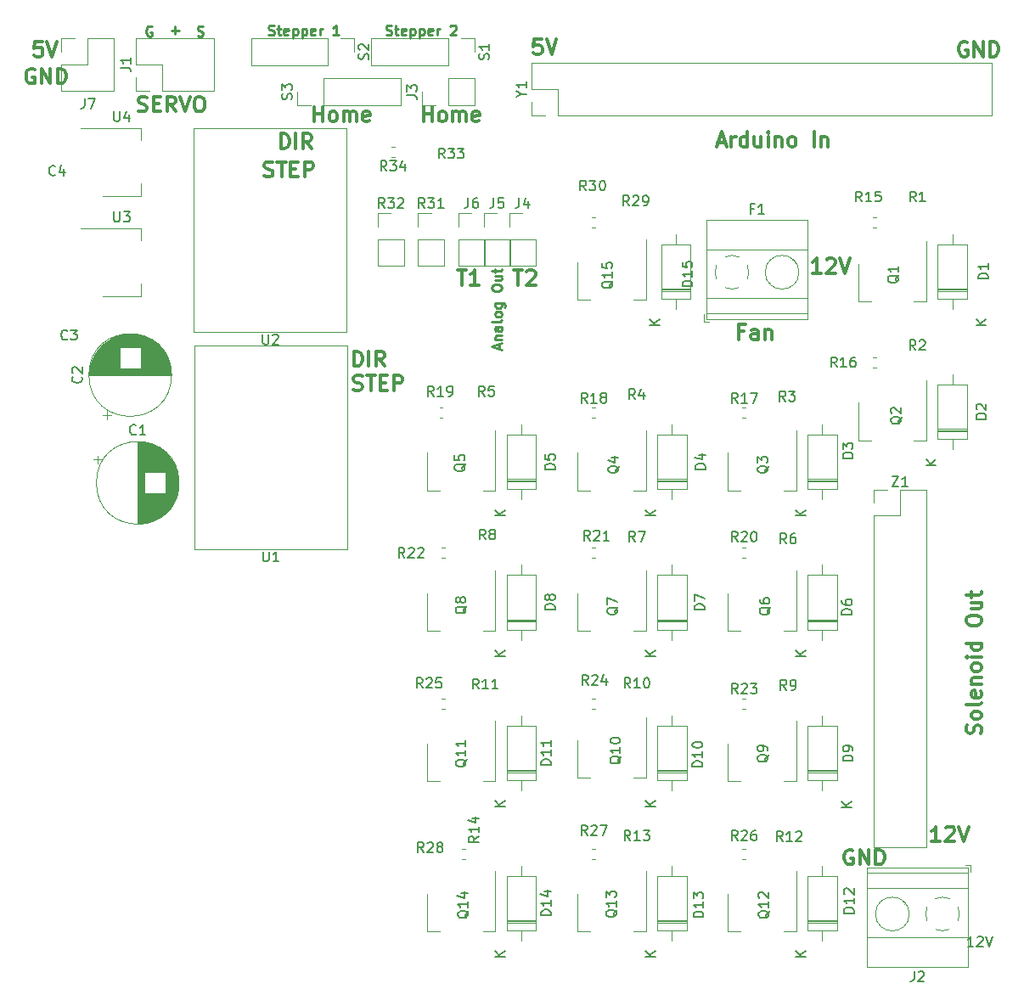
<source format=gbr>
G04 #@! TF.GenerationSoftware,KiCad,Pcbnew,(5.0.1)-3*
G04 #@! TF.CreationDate,2019-11-14T22:07:17-05:00*
G04 #@! TF.ProjectId,pcb_draft1,7063625F6472616674312E6B69636164,rev?*
G04 #@! TF.SameCoordinates,Original*
G04 #@! TF.FileFunction,Legend,Top*
G04 #@! TF.FilePolarity,Positive*
%FSLAX46Y46*%
G04 Gerber Fmt 4.6, Leading zero omitted, Abs format (unit mm)*
G04 Created by KiCad (PCBNEW (5.0.1)-3) date 11/14/2019 10:07:17 PM*
%MOMM*%
%LPD*%
G01*
G04 APERTURE LIST*
%ADD10C,0.250000*%
%ADD11C,0.300000*%
%ADD12C,0.120000*%
%ADD13C,0.150000*%
G04 APERTURE END LIST*
D10*
X72766666Y-47652380D02*
X72766666Y-47176190D01*
X73052380Y-47747619D02*
X72052380Y-47414285D01*
X73052380Y-47080952D01*
X72385714Y-46747619D02*
X73052380Y-46747619D01*
X72480952Y-46747619D02*
X72433333Y-46699999D01*
X72385714Y-46604761D01*
X72385714Y-46461904D01*
X72433333Y-46366666D01*
X72528571Y-46319047D01*
X73052380Y-46319047D01*
X73052380Y-45414285D02*
X72528571Y-45414285D01*
X72433333Y-45461904D01*
X72385714Y-45557142D01*
X72385714Y-45747619D01*
X72433333Y-45842857D01*
X73004761Y-45414285D02*
X73052380Y-45509523D01*
X73052380Y-45747619D01*
X73004761Y-45842857D01*
X72909523Y-45890476D01*
X72814285Y-45890476D01*
X72719047Y-45842857D01*
X72671428Y-45747619D01*
X72671428Y-45509523D01*
X72623809Y-45414285D01*
X73052380Y-44795238D02*
X73004761Y-44890476D01*
X72909523Y-44938095D01*
X72052380Y-44938095D01*
X73052380Y-44271428D02*
X73004761Y-44366666D01*
X72957142Y-44414285D01*
X72861904Y-44461904D01*
X72576190Y-44461904D01*
X72480952Y-44414285D01*
X72433333Y-44366666D01*
X72385714Y-44271428D01*
X72385714Y-44128571D01*
X72433333Y-44033333D01*
X72480952Y-43985714D01*
X72576190Y-43938095D01*
X72861904Y-43938095D01*
X72957142Y-43985714D01*
X73004761Y-44033333D01*
X73052380Y-44128571D01*
X73052380Y-44271428D01*
X72385714Y-43080952D02*
X73195238Y-43080952D01*
X73290476Y-43128571D01*
X73338095Y-43176190D01*
X73385714Y-43271428D01*
X73385714Y-43414285D01*
X73338095Y-43509523D01*
X73004761Y-43080952D02*
X73052380Y-43176190D01*
X73052380Y-43366666D01*
X73004761Y-43461904D01*
X72957142Y-43509523D01*
X72861904Y-43557142D01*
X72576190Y-43557142D01*
X72480952Y-43509523D01*
X72433333Y-43461904D01*
X72385714Y-43366666D01*
X72385714Y-43176190D01*
X72433333Y-43080952D01*
X72052380Y-41652380D02*
X72052380Y-41461904D01*
X72100000Y-41366666D01*
X72195238Y-41271428D01*
X72385714Y-41223809D01*
X72719047Y-41223809D01*
X72909523Y-41271428D01*
X73004761Y-41366666D01*
X73052380Y-41461904D01*
X73052380Y-41652380D01*
X73004761Y-41747619D01*
X72909523Y-41842857D01*
X72719047Y-41890476D01*
X72385714Y-41890476D01*
X72195238Y-41842857D01*
X72100000Y-41747619D01*
X72052380Y-41652380D01*
X72385714Y-40366666D02*
X73052380Y-40366666D01*
X72385714Y-40795238D02*
X72909523Y-40795238D01*
X73004761Y-40747619D01*
X73052380Y-40652380D01*
X73052380Y-40509523D01*
X73004761Y-40414285D01*
X72957142Y-40366666D01*
X72385714Y-40033333D02*
X72385714Y-39652380D01*
X72052380Y-39890476D02*
X72909523Y-39890476D01*
X73004761Y-39842857D01*
X73052380Y-39747619D01*
X73052380Y-39652380D01*
D11*
X74257142Y-39778571D02*
X75114285Y-39778571D01*
X74685714Y-41278571D02*
X74685714Y-39778571D01*
X75542857Y-39921428D02*
X75614285Y-39850000D01*
X75757142Y-39778571D01*
X76114285Y-39778571D01*
X76257142Y-39850000D01*
X76328571Y-39921428D01*
X76400000Y-40064285D01*
X76400000Y-40207142D01*
X76328571Y-40421428D01*
X75471428Y-41278571D01*
X76400000Y-41278571D01*
X68657142Y-39778571D02*
X69514285Y-39778571D01*
X69085714Y-41278571D02*
X69085714Y-39778571D01*
X70800000Y-41278571D02*
X69942857Y-41278571D01*
X70371428Y-41278571D02*
X70371428Y-39778571D01*
X70228571Y-39992857D01*
X70085714Y-40135714D01*
X69942857Y-40207142D01*
X104871428Y-40078571D02*
X104014285Y-40078571D01*
X104442857Y-40078571D02*
X104442857Y-38578571D01*
X104300000Y-38792857D01*
X104157142Y-38935714D01*
X104014285Y-39007142D01*
X105442857Y-38721428D02*
X105514285Y-38650000D01*
X105657142Y-38578571D01*
X106014285Y-38578571D01*
X106157142Y-38650000D01*
X106228571Y-38721428D01*
X106300000Y-38864285D01*
X106300000Y-39007142D01*
X106228571Y-39221428D01*
X105371428Y-40078571D01*
X106300000Y-40078571D01*
X106728571Y-38578571D02*
X107228571Y-40078571D01*
X107728571Y-38578571D01*
X97157142Y-45892857D02*
X96657142Y-45892857D01*
X96657142Y-46678571D02*
X96657142Y-45178571D01*
X97371428Y-45178571D01*
X98585714Y-46678571D02*
X98585714Y-45892857D01*
X98514285Y-45750000D01*
X98371428Y-45678571D01*
X98085714Y-45678571D01*
X97942857Y-45750000D01*
X98585714Y-46607142D02*
X98442857Y-46678571D01*
X98085714Y-46678571D01*
X97942857Y-46607142D01*
X97871428Y-46464285D01*
X97871428Y-46321428D01*
X97942857Y-46178571D01*
X98085714Y-46107142D01*
X98442857Y-46107142D01*
X98585714Y-46035714D01*
X99300000Y-45678571D02*
X99300000Y-46678571D01*
X99300000Y-45821428D02*
X99371428Y-45750000D01*
X99514285Y-45678571D01*
X99728571Y-45678571D01*
X99871428Y-45750000D01*
X99942857Y-45892857D01*
X99942857Y-46678571D01*
X54350000Y-24978571D02*
X54350000Y-23478571D01*
X54350000Y-24192857D02*
X55207142Y-24192857D01*
X55207142Y-24978571D02*
X55207142Y-23478571D01*
X56135714Y-24978571D02*
X55992857Y-24907142D01*
X55921428Y-24835714D01*
X55850000Y-24692857D01*
X55850000Y-24264285D01*
X55921428Y-24121428D01*
X55992857Y-24050000D01*
X56135714Y-23978571D01*
X56350000Y-23978571D01*
X56492857Y-24050000D01*
X56564285Y-24121428D01*
X56635714Y-24264285D01*
X56635714Y-24692857D01*
X56564285Y-24835714D01*
X56492857Y-24907142D01*
X56350000Y-24978571D01*
X56135714Y-24978571D01*
X57278571Y-24978571D02*
X57278571Y-23978571D01*
X57278571Y-24121428D02*
X57350000Y-24050000D01*
X57492857Y-23978571D01*
X57707142Y-23978571D01*
X57850000Y-24050000D01*
X57921428Y-24192857D01*
X57921428Y-24978571D01*
X57921428Y-24192857D02*
X57992857Y-24050000D01*
X58135714Y-23978571D01*
X58350000Y-23978571D01*
X58492857Y-24050000D01*
X58564285Y-24192857D01*
X58564285Y-24978571D01*
X59850000Y-24907142D02*
X59707142Y-24978571D01*
X59421428Y-24978571D01*
X59278571Y-24907142D01*
X59207142Y-24764285D01*
X59207142Y-24192857D01*
X59278571Y-24050000D01*
X59421428Y-23978571D01*
X59707142Y-23978571D01*
X59850000Y-24050000D01*
X59921428Y-24192857D01*
X59921428Y-24335714D01*
X59207142Y-24478571D01*
X65250000Y-24978571D02*
X65250000Y-23478571D01*
X65250000Y-24192857D02*
X66107142Y-24192857D01*
X66107142Y-24978571D02*
X66107142Y-23478571D01*
X67035714Y-24978571D02*
X66892857Y-24907142D01*
X66821428Y-24835714D01*
X66750000Y-24692857D01*
X66750000Y-24264285D01*
X66821428Y-24121428D01*
X66892857Y-24050000D01*
X67035714Y-23978571D01*
X67250000Y-23978571D01*
X67392857Y-24050000D01*
X67464285Y-24121428D01*
X67535714Y-24264285D01*
X67535714Y-24692857D01*
X67464285Y-24835714D01*
X67392857Y-24907142D01*
X67250000Y-24978571D01*
X67035714Y-24978571D01*
X68178571Y-24978571D02*
X68178571Y-23978571D01*
X68178571Y-24121428D02*
X68250000Y-24050000D01*
X68392857Y-23978571D01*
X68607142Y-23978571D01*
X68750000Y-24050000D01*
X68821428Y-24192857D01*
X68821428Y-24978571D01*
X68821428Y-24192857D02*
X68892857Y-24050000D01*
X69035714Y-23978571D01*
X69250000Y-23978571D01*
X69392857Y-24050000D01*
X69464285Y-24192857D01*
X69464285Y-24978571D01*
X70750000Y-24907142D02*
X70607142Y-24978571D01*
X70321428Y-24978571D01*
X70178571Y-24907142D01*
X70107142Y-24764285D01*
X70107142Y-24192857D01*
X70178571Y-24050000D01*
X70321428Y-23978571D01*
X70607142Y-23978571D01*
X70750000Y-24050000D01*
X70821428Y-24192857D01*
X70821428Y-24335714D01*
X70107142Y-24478571D01*
D10*
X61500000Y-16304761D02*
X61642857Y-16352380D01*
X61880952Y-16352380D01*
X61976190Y-16304761D01*
X62023809Y-16257142D01*
X62071428Y-16161904D01*
X62071428Y-16066666D01*
X62023809Y-15971428D01*
X61976190Y-15923809D01*
X61880952Y-15876190D01*
X61690476Y-15828571D01*
X61595238Y-15780952D01*
X61547619Y-15733333D01*
X61500000Y-15638095D01*
X61500000Y-15542857D01*
X61547619Y-15447619D01*
X61595238Y-15400000D01*
X61690476Y-15352380D01*
X61928571Y-15352380D01*
X62071428Y-15400000D01*
X62357142Y-15685714D02*
X62738095Y-15685714D01*
X62500000Y-15352380D02*
X62500000Y-16209523D01*
X62547619Y-16304761D01*
X62642857Y-16352380D01*
X62738095Y-16352380D01*
X63452380Y-16304761D02*
X63357142Y-16352380D01*
X63166666Y-16352380D01*
X63071428Y-16304761D01*
X63023809Y-16209523D01*
X63023809Y-15828571D01*
X63071428Y-15733333D01*
X63166666Y-15685714D01*
X63357142Y-15685714D01*
X63452380Y-15733333D01*
X63500000Y-15828571D01*
X63500000Y-15923809D01*
X63023809Y-16019047D01*
X63928571Y-15685714D02*
X63928571Y-16685714D01*
X63928571Y-15733333D02*
X64023809Y-15685714D01*
X64214285Y-15685714D01*
X64309523Y-15733333D01*
X64357142Y-15780952D01*
X64404761Y-15876190D01*
X64404761Y-16161904D01*
X64357142Y-16257142D01*
X64309523Y-16304761D01*
X64214285Y-16352380D01*
X64023809Y-16352380D01*
X63928571Y-16304761D01*
X64833333Y-15685714D02*
X64833333Y-16685714D01*
X64833333Y-15733333D02*
X64928571Y-15685714D01*
X65119047Y-15685714D01*
X65214285Y-15733333D01*
X65261904Y-15780952D01*
X65309523Y-15876190D01*
X65309523Y-16161904D01*
X65261904Y-16257142D01*
X65214285Y-16304761D01*
X65119047Y-16352380D01*
X64928571Y-16352380D01*
X64833333Y-16304761D01*
X66119047Y-16304761D02*
X66023809Y-16352380D01*
X65833333Y-16352380D01*
X65738095Y-16304761D01*
X65690476Y-16209523D01*
X65690476Y-15828571D01*
X65738095Y-15733333D01*
X65833333Y-15685714D01*
X66023809Y-15685714D01*
X66119047Y-15733333D01*
X66166666Y-15828571D01*
X66166666Y-15923809D01*
X65690476Y-16019047D01*
X66595238Y-16352380D02*
X66595238Y-15685714D01*
X66595238Y-15876190D02*
X66642857Y-15780952D01*
X66690476Y-15733333D01*
X66785714Y-15685714D01*
X66880952Y-15685714D01*
X67928571Y-15447619D02*
X67976190Y-15400000D01*
X68071428Y-15352380D01*
X68309523Y-15352380D01*
X68404761Y-15400000D01*
X68452380Y-15447619D01*
X68500000Y-15542857D01*
X68500000Y-15638095D01*
X68452380Y-15780952D01*
X67880952Y-16352380D01*
X68500000Y-16352380D01*
X49800000Y-16304761D02*
X49942857Y-16352380D01*
X50180952Y-16352380D01*
X50276190Y-16304761D01*
X50323809Y-16257142D01*
X50371428Y-16161904D01*
X50371428Y-16066666D01*
X50323809Y-15971428D01*
X50276190Y-15923809D01*
X50180952Y-15876190D01*
X49990476Y-15828571D01*
X49895238Y-15780952D01*
X49847619Y-15733333D01*
X49800000Y-15638095D01*
X49800000Y-15542857D01*
X49847619Y-15447619D01*
X49895238Y-15400000D01*
X49990476Y-15352380D01*
X50228571Y-15352380D01*
X50371428Y-15400000D01*
X50657142Y-15685714D02*
X51038095Y-15685714D01*
X50800000Y-15352380D02*
X50800000Y-16209523D01*
X50847619Y-16304761D01*
X50942857Y-16352380D01*
X51038095Y-16352380D01*
X51752380Y-16304761D02*
X51657142Y-16352380D01*
X51466666Y-16352380D01*
X51371428Y-16304761D01*
X51323809Y-16209523D01*
X51323809Y-15828571D01*
X51371428Y-15733333D01*
X51466666Y-15685714D01*
X51657142Y-15685714D01*
X51752380Y-15733333D01*
X51800000Y-15828571D01*
X51800000Y-15923809D01*
X51323809Y-16019047D01*
X52228571Y-15685714D02*
X52228571Y-16685714D01*
X52228571Y-15733333D02*
X52323809Y-15685714D01*
X52514285Y-15685714D01*
X52609523Y-15733333D01*
X52657142Y-15780952D01*
X52704761Y-15876190D01*
X52704761Y-16161904D01*
X52657142Y-16257142D01*
X52609523Y-16304761D01*
X52514285Y-16352380D01*
X52323809Y-16352380D01*
X52228571Y-16304761D01*
X53133333Y-15685714D02*
X53133333Y-16685714D01*
X53133333Y-15733333D02*
X53228571Y-15685714D01*
X53419047Y-15685714D01*
X53514285Y-15733333D01*
X53561904Y-15780952D01*
X53609523Y-15876190D01*
X53609523Y-16161904D01*
X53561904Y-16257142D01*
X53514285Y-16304761D01*
X53419047Y-16352380D01*
X53228571Y-16352380D01*
X53133333Y-16304761D01*
X54419047Y-16304761D02*
X54323809Y-16352380D01*
X54133333Y-16352380D01*
X54038095Y-16304761D01*
X53990476Y-16209523D01*
X53990476Y-15828571D01*
X54038095Y-15733333D01*
X54133333Y-15685714D01*
X54323809Y-15685714D01*
X54419047Y-15733333D01*
X54466666Y-15828571D01*
X54466666Y-15923809D01*
X53990476Y-16019047D01*
X54895238Y-16352380D02*
X54895238Y-15685714D01*
X54895238Y-15876190D02*
X54942857Y-15780952D01*
X54990476Y-15733333D01*
X55085714Y-15685714D01*
X55180952Y-15685714D01*
X56800000Y-16352380D02*
X56228571Y-16352380D01*
X56514285Y-16352380D02*
X56514285Y-15352380D01*
X56419047Y-15495238D01*
X56323809Y-15590476D01*
X56228571Y-15638095D01*
D11*
X119457142Y-17050000D02*
X119314285Y-16978571D01*
X119100000Y-16978571D01*
X118885714Y-17050000D01*
X118742857Y-17192857D01*
X118671428Y-17335714D01*
X118600000Y-17621428D01*
X118600000Y-17835714D01*
X118671428Y-18121428D01*
X118742857Y-18264285D01*
X118885714Y-18407142D01*
X119100000Y-18478571D01*
X119242857Y-18478571D01*
X119457142Y-18407142D01*
X119528571Y-18335714D01*
X119528571Y-17835714D01*
X119242857Y-17835714D01*
X120171428Y-18478571D02*
X120171428Y-16978571D01*
X121028571Y-18478571D01*
X121028571Y-16978571D01*
X121742857Y-18478571D02*
X121742857Y-16978571D01*
X122100000Y-16978571D01*
X122314285Y-17050000D01*
X122457142Y-17192857D01*
X122528571Y-17335714D01*
X122600000Y-17621428D01*
X122600000Y-17835714D01*
X122528571Y-18121428D01*
X122457142Y-18264285D01*
X122314285Y-18407142D01*
X122100000Y-18478571D01*
X121742857Y-18478571D01*
X77014285Y-16778571D02*
X76300000Y-16778571D01*
X76228571Y-17492857D01*
X76300000Y-17421428D01*
X76442857Y-17350000D01*
X76800000Y-17350000D01*
X76942857Y-17421428D01*
X77014285Y-17492857D01*
X77085714Y-17635714D01*
X77085714Y-17992857D01*
X77014285Y-18135714D01*
X76942857Y-18207142D01*
X76800000Y-18278571D01*
X76442857Y-18278571D01*
X76300000Y-18207142D01*
X76228571Y-18135714D01*
X77514285Y-16778571D02*
X78014285Y-18278571D01*
X78514285Y-16778571D01*
X94600000Y-27050000D02*
X95314285Y-27050000D01*
X94457142Y-27478571D02*
X94957142Y-25978571D01*
X95457142Y-27478571D01*
X95957142Y-27478571D02*
X95957142Y-26478571D01*
X95957142Y-26764285D02*
X96028571Y-26621428D01*
X96100000Y-26550000D01*
X96242857Y-26478571D01*
X96385714Y-26478571D01*
X97528571Y-27478571D02*
X97528571Y-25978571D01*
X97528571Y-27407142D02*
X97385714Y-27478571D01*
X97100000Y-27478571D01*
X96957142Y-27407142D01*
X96885714Y-27335714D01*
X96814285Y-27192857D01*
X96814285Y-26764285D01*
X96885714Y-26621428D01*
X96957142Y-26550000D01*
X97100000Y-26478571D01*
X97385714Y-26478571D01*
X97528571Y-26550000D01*
X98885714Y-26478571D02*
X98885714Y-27478571D01*
X98242857Y-26478571D02*
X98242857Y-27264285D01*
X98314285Y-27407142D01*
X98457142Y-27478571D01*
X98671428Y-27478571D01*
X98814285Y-27407142D01*
X98885714Y-27335714D01*
X99600000Y-27478571D02*
X99600000Y-26478571D01*
X99600000Y-25978571D02*
X99528571Y-26050000D01*
X99600000Y-26121428D01*
X99671428Y-26050000D01*
X99600000Y-25978571D01*
X99600000Y-26121428D01*
X100314285Y-26478571D02*
X100314285Y-27478571D01*
X100314285Y-26621428D02*
X100385714Y-26550000D01*
X100528571Y-26478571D01*
X100742857Y-26478571D01*
X100885714Y-26550000D01*
X100957142Y-26692857D01*
X100957142Y-27478571D01*
X101885714Y-27478571D02*
X101742857Y-27407142D01*
X101671428Y-27335714D01*
X101600000Y-27192857D01*
X101600000Y-26764285D01*
X101671428Y-26621428D01*
X101742857Y-26550000D01*
X101885714Y-26478571D01*
X102100000Y-26478571D01*
X102242857Y-26550000D01*
X102314285Y-26621428D01*
X102385714Y-26764285D01*
X102385714Y-27192857D01*
X102314285Y-27335714D01*
X102242857Y-27407142D01*
X102100000Y-27478571D01*
X101885714Y-27478571D01*
X104171428Y-27478571D02*
X104171428Y-25978571D01*
X104885714Y-26478571D02*
X104885714Y-27478571D01*
X104885714Y-26621428D02*
X104957142Y-26550000D01*
X105100000Y-26478571D01*
X105314285Y-26478571D01*
X105457142Y-26550000D01*
X105528571Y-26692857D01*
X105528571Y-27478571D01*
D10*
X42714285Y-16404761D02*
X42857142Y-16452380D01*
X43095238Y-16452380D01*
X43190476Y-16404761D01*
X43238095Y-16357142D01*
X43285714Y-16261904D01*
X43285714Y-16166666D01*
X43238095Y-16071428D01*
X43190476Y-16023809D01*
X43095238Y-15976190D01*
X42904761Y-15928571D01*
X42809523Y-15880952D01*
X42761904Y-15833333D01*
X42714285Y-15738095D01*
X42714285Y-15642857D01*
X42761904Y-15547619D01*
X42809523Y-15500000D01*
X42904761Y-15452380D01*
X43142857Y-15452380D01*
X43285714Y-15500000D01*
X40119047Y-15871428D02*
X40880952Y-15871428D01*
X40500000Y-16252380D02*
X40500000Y-15490476D01*
X38161904Y-15500000D02*
X38066666Y-15452380D01*
X37923809Y-15452380D01*
X37780952Y-15500000D01*
X37685714Y-15595238D01*
X37638095Y-15690476D01*
X37590476Y-15880952D01*
X37590476Y-16023809D01*
X37638095Y-16214285D01*
X37685714Y-16309523D01*
X37780952Y-16404761D01*
X37923809Y-16452380D01*
X38019047Y-16452380D01*
X38161904Y-16404761D01*
X38209523Y-16357142D01*
X38209523Y-16023809D01*
X38019047Y-16023809D01*
D11*
X36814285Y-23907142D02*
X37028571Y-23978571D01*
X37385714Y-23978571D01*
X37528571Y-23907142D01*
X37600000Y-23835714D01*
X37671428Y-23692857D01*
X37671428Y-23550000D01*
X37600000Y-23407142D01*
X37528571Y-23335714D01*
X37385714Y-23264285D01*
X37100000Y-23192857D01*
X36957142Y-23121428D01*
X36885714Y-23050000D01*
X36814285Y-22907142D01*
X36814285Y-22764285D01*
X36885714Y-22621428D01*
X36957142Y-22550000D01*
X37100000Y-22478571D01*
X37457142Y-22478571D01*
X37671428Y-22550000D01*
X38314285Y-23192857D02*
X38814285Y-23192857D01*
X39028571Y-23978571D02*
X38314285Y-23978571D01*
X38314285Y-22478571D01*
X39028571Y-22478571D01*
X40528571Y-23978571D02*
X40028571Y-23264285D01*
X39671428Y-23978571D02*
X39671428Y-22478571D01*
X40242857Y-22478571D01*
X40385714Y-22550000D01*
X40457142Y-22621428D01*
X40528571Y-22764285D01*
X40528571Y-22978571D01*
X40457142Y-23121428D01*
X40385714Y-23192857D01*
X40242857Y-23264285D01*
X39671428Y-23264285D01*
X40957142Y-22478571D02*
X41457142Y-23978571D01*
X41957142Y-22478571D01*
X42742857Y-22478571D02*
X43028571Y-22478571D01*
X43171428Y-22550000D01*
X43314285Y-22692857D01*
X43385714Y-22978571D01*
X43385714Y-23478571D01*
X43314285Y-23764285D01*
X43171428Y-23907142D01*
X43028571Y-23978571D01*
X42742857Y-23978571D01*
X42600000Y-23907142D01*
X42457142Y-23764285D01*
X42385714Y-23478571D01*
X42385714Y-22978571D01*
X42457142Y-22692857D01*
X42600000Y-22550000D01*
X42742857Y-22478571D01*
X26457142Y-19750000D02*
X26314285Y-19678571D01*
X26100000Y-19678571D01*
X25885714Y-19750000D01*
X25742857Y-19892857D01*
X25671428Y-20035714D01*
X25600000Y-20321428D01*
X25600000Y-20535714D01*
X25671428Y-20821428D01*
X25742857Y-20964285D01*
X25885714Y-21107142D01*
X26100000Y-21178571D01*
X26242857Y-21178571D01*
X26457142Y-21107142D01*
X26528571Y-21035714D01*
X26528571Y-20535714D01*
X26242857Y-20535714D01*
X27171428Y-21178571D02*
X27171428Y-19678571D01*
X28028571Y-21178571D01*
X28028571Y-19678571D01*
X28742857Y-21178571D02*
X28742857Y-19678571D01*
X29100000Y-19678571D01*
X29314285Y-19750000D01*
X29457142Y-19892857D01*
X29528571Y-20035714D01*
X29600000Y-20321428D01*
X29600000Y-20535714D01*
X29528571Y-20821428D01*
X29457142Y-20964285D01*
X29314285Y-21107142D01*
X29100000Y-21178571D01*
X28742857Y-21178571D01*
X27214285Y-16978571D02*
X26500000Y-16978571D01*
X26428571Y-17692857D01*
X26500000Y-17621428D01*
X26642857Y-17550000D01*
X27000000Y-17550000D01*
X27142857Y-17621428D01*
X27214285Y-17692857D01*
X27285714Y-17835714D01*
X27285714Y-18192857D01*
X27214285Y-18335714D01*
X27142857Y-18407142D01*
X27000000Y-18478571D01*
X26642857Y-18478571D01*
X26500000Y-18407142D01*
X26428571Y-18335714D01*
X27714285Y-16978571D02*
X28214285Y-18478571D01*
X28714285Y-16978571D01*
X49371428Y-30407142D02*
X49585714Y-30478571D01*
X49942857Y-30478571D01*
X50085714Y-30407142D01*
X50157142Y-30335714D01*
X50228571Y-30192857D01*
X50228571Y-30050000D01*
X50157142Y-29907142D01*
X50085714Y-29835714D01*
X49942857Y-29764285D01*
X49657142Y-29692857D01*
X49514285Y-29621428D01*
X49442857Y-29550000D01*
X49371428Y-29407142D01*
X49371428Y-29264285D01*
X49442857Y-29121428D01*
X49514285Y-29050000D01*
X49657142Y-28978571D01*
X50014285Y-28978571D01*
X50228571Y-29050000D01*
X50657142Y-28978571D02*
X51514285Y-28978571D01*
X51085714Y-30478571D02*
X51085714Y-28978571D01*
X52014285Y-29692857D02*
X52514285Y-29692857D01*
X52728571Y-30478571D02*
X52014285Y-30478571D01*
X52014285Y-28978571D01*
X52728571Y-28978571D01*
X53371428Y-30478571D02*
X53371428Y-28978571D01*
X53942857Y-28978571D01*
X54085714Y-29050000D01*
X54157142Y-29121428D01*
X54228571Y-29264285D01*
X54228571Y-29478571D01*
X54157142Y-29621428D01*
X54085714Y-29692857D01*
X53942857Y-29764285D01*
X53371428Y-29764285D01*
X51000000Y-27678571D02*
X51000000Y-26178571D01*
X51357142Y-26178571D01*
X51571428Y-26250000D01*
X51714285Y-26392857D01*
X51785714Y-26535714D01*
X51857142Y-26821428D01*
X51857142Y-27035714D01*
X51785714Y-27321428D01*
X51714285Y-27464285D01*
X51571428Y-27607142D01*
X51357142Y-27678571D01*
X51000000Y-27678571D01*
X52500000Y-27678571D02*
X52500000Y-26178571D01*
X54071428Y-27678571D02*
X53571428Y-26964285D01*
X53214285Y-27678571D02*
X53214285Y-26178571D01*
X53785714Y-26178571D01*
X53928571Y-26250000D01*
X54000000Y-26321428D01*
X54071428Y-26464285D01*
X54071428Y-26678571D01*
X54000000Y-26821428D01*
X53928571Y-26892857D01*
X53785714Y-26964285D01*
X53214285Y-26964285D01*
X58271428Y-51707142D02*
X58485714Y-51778571D01*
X58842857Y-51778571D01*
X58985714Y-51707142D01*
X59057142Y-51635714D01*
X59128571Y-51492857D01*
X59128571Y-51350000D01*
X59057142Y-51207142D01*
X58985714Y-51135714D01*
X58842857Y-51064285D01*
X58557142Y-50992857D01*
X58414285Y-50921428D01*
X58342857Y-50850000D01*
X58271428Y-50707142D01*
X58271428Y-50564285D01*
X58342857Y-50421428D01*
X58414285Y-50350000D01*
X58557142Y-50278571D01*
X58914285Y-50278571D01*
X59128571Y-50350000D01*
X59557142Y-50278571D02*
X60414285Y-50278571D01*
X59985714Y-51778571D02*
X59985714Y-50278571D01*
X60914285Y-50992857D02*
X61414285Y-50992857D01*
X61628571Y-51778571D02*
X60914285Y-51778571D01*
X60914285Y-50278571D01*
X61628571Y-50278571D01*
X62271428Y-51778571D02*
X62271428Y-50278571D01*
X62842857Y-50278571D01*
X62985714Y-50350000D01*
X63057142Y-50421428D01*
X63128571Y-50564285D01*
X63128571Y-50778571D01*
X63057142Y-50921428D01*
X62985714Y-50992857D01*
X62842857Y-51064285D01*
X62271428Y-51064285D01*
X58300000Y-49378571D02*
X58300000Y-47878571D01*
X58657142Y-47878571D01*
X58871428Y-47950000D01*
X59014285Y-48092857D01*
X59085714Y-48235714D01*
X59157142Y-48521428D01*
X59157142Y-48735714D01*
X59085714Y-49021428D01*
X59014285Y-49164285D01*
X58871428Y-49307142D01*
X58657142Y-49378571D01*
X58300000Y-49378571D01*
X59800000Y-49378571D02*
X59800000Y-47878571D01*
X61371428Y-49378571D02*
X60871428Y-48664285D01*
X60514285Y-49378571D02*
X60514285Y-47878571D01*
X61085714Y-47878571D01*
X61228571Y-47950000D01*
X61300000Y-48021428D01*
X61371428Y-48164285D01*
X61371428Y-48378571D01*
X61300000Y-48521428D01*
X61228571Y-48592857D01*
X61085714Y-48664285D01*
X60514285Y-48664285D01*
X108057142Y-97650000D02*
X107914285Y-97578571D01*
X107700000Y-97578571D01*
X107485714Y-97650000D01*
X107342857Y-97792857D01*
X107271428Y-97935714D01*
X107200000Y-98221428D01*
X107200000Y-98435714D01*
X107271428Y-98721428D01*
X107342857Y-98864285D01*
X107485714Y-99007142D01*
X107700000Y-99078571D01*
X107842857Y-99078571D01*
X108057142Y-99007142D01*
X108128571Y-98935714D01*
X108128571Y-98435714D01*
X107842857Y-98435714D01*
X108771428Y-99078571D02*
X108771428Y-97578571D01*
X109628571Y-99078571D01*
X109628571Y-97578571D01*
X110342857Y-99078571D02*
X110342857Y-97578571D01*
X110700000Y-97578571D01*
X110914285Y-97650000D01*
X111057142Y-97792857D01*
X111128571Y-97935714D01*
X111200000Y-98221428D01*
X111200000Y-98435714D01*
X111128571Y-98721428D01*
X111057142Y-98864285D01*
X110914285Y-99007142D01*
X110700000Y-99078571D01*
X110342857Y-99078571D01*
X116771428Y-96778571D02*
X115914285Y-96778571D01*
X116342857Y-96778571D02*
X116342857Y-95278571D01*
X116200000Y-95492857D01*
X116057142Y-95635714D01*
X115914285Y-95707142D01*
X117342857Y-95421428D02*
X117414285Y-95350000D01*
X117557142Y-95278571D01*
X117914285Y-95278571D01*
X118057142Y-95350000D01*
X118128571Y-95421428D01*
X118200000Y-95564285D01*
X118200000Y-95707142D01*
X118128571Y-95921428D01*
X117271428Y-96778571D01*
X118200000Y-96778571D01*
X118628571Y-95278571D02*
X119128571Y-96778571D01*
X119628571Y-95278571D01*
X120807142Y-86000000D02*
X120878571Y-85785714D01*
X120878571Y-85428571D01*
X120807142Y-85285714D01*
X120735714Y-85214285D01*
X120592857Y-85142857D01*
X120450000Y-85142857D01*
X120307142Y-85214285D01*
X120235714Y-85285714D01*
X120164285Y-85428571D01*
X120092857Y-85714285D01*
X120021428Y-85857142D01*
X119950000Y-85928571D01*
X119807142Y-86000000D01*
X119664285Y-86000000D01*
X119521428Y-85928571D01*
X119450000Y-85857142D01*
X119378571Y-85714285D01*
X119378571Y-85357142D01*
X119450000Y-85142857D01*
X120878571Y-84285714D02*
X120807142Y-84428571D01*
X120735714Y-84500000D01*
X120592857Y-84571428D01*
X120164285Y-84571428D01*
X120021428Y-84500000D01*
X119950000Y-84428571D01*
X119878571Y-84285714D01*
X119878571Y-84071428D01*
X119950000Y-83928571D01*
X120021428Y-83857142D01*
X120164285Y-83785714D01*
X120592857Y-83785714D01*
X120735714Y-83857142D01*
X120807142Y-83928571D01*
X120878571Y-84071428D01*
X120878571Y-84285714D01*
X120878571Y-82928571D02*
X120807142Y-83071428D01*
X120664285Y-83142857D01*
X119378571Y-83142857D01*
X120807142Y-81785714D02*
X120878571Y-81928571D01*
X120878571Y-82214285D01*
X120807142Y-82357142D01*
X120664285Y-82428571D01*
X120092857Y-82428571D01*
X119950000Y-82357142D01*
X119878571Y-82214285D01*
X119878571Y-81928571D01*
X119950000Y-81785714D01*
X120092857Y-81714285D01*
X120235714Y-81714285D01*
X120378571Y-82428571D01*
X119878571Y-81071428D02*
X120878571Y-81071428D01*
X120021428Y-81071428D02*
X119950000Y-81000000D01*
X119878571Y-80857142D01*
X119878571Y-80642857D01*
X119950000Y-80500000D01*
X120092857Y-80428571D01*
X120878571Y-80428571D01*
X120878571Y-79500000D02*
X120807142Y-79642857D01*
X120735714Y-79714285D01*
X120592857Y-79785714D01*
X120164285Y-79785714D01*
X120021428Y-79714285D01*
X119950000Y-79642857D01*
X119878571Y-79500000D01*
X119878571Y-79285714D01*
X119950000Y-79142857D01*
X120021428Y-79071428D01*
X120164285Y-79000000D01*
X120592857Y-79000000D01*
X120735714Y-79071428D01*
X120807142Y-79142857D01*
X120878571Y-79285714D01*
X120878571Y-79500000D01*
X120878571Y-78357142D02*
X119878571Y-78357142D01*
X119378571Y-78357142D02*
X119450000Y-78428571D01*
X119521428Y-78357142D01*
X119450000Y-78285714D01*
X119378571Y-78357142D01*
X119521428Y-78357142D01*
X120878571Y-77000000D02*
X119378571Y-77000000D01*
X120807142Y-77000000D02*
X120878571Y-77142857D01*
X120878571Y-77428571D01*
X120807142Y-77571428D01*
X120735714Y-77642857D01*
X120592857Y-77714285D01*
X120164285Y-77714285D01*
X120021428Y-77642857D01*
X119950000Y-77571428D01*
X119878571Y-77428571D01*
X119878571Y-77142857D01*
X119950000Y-77000000D01*
X119378571Y-74857142D02*
X119378571Y-74571428D01*
X119450000Y-74428571D01*
X119592857Y-74285714D01*
X119878571Y-74214285D01*
X120378571Y-74214285D01*
X120664285Y-74285714D01*
X120807142Y-74428571D01*
X120878571Y-74571428D01*
X120878571Y-74857142D01*
X120807142Y-75000000D01*
X120664285Y-75142857D01*
X120378571Y-75214285D01*
X119878571Y-75214285D01*
X119592857Y-75142857D01*
X119450000Y-75000000D01*
X119378571Y-74857142D01*
X119878571Y-72928571D02*
X120878571Y-72928571D01*
X119878571Y-73571428D02*
X120664285Y-73571428D01*
X120807142Y-73500000D01*
X120878571Y-73357142D01*
X120878571Y-73142857D01*
X120807142Y-73000000D01*
X120735714Y-72928571D01*
X119878571Y-72428571D02*
X119878571Y-71857142D01*
X119378571Y-72214285D02*
X120664285Y-72214285D01*
X120807142Y-72142857D01*
X120878571Y-72000000D01*
X120878571Y-71857142D01*
D12*
G04 #@! TO.C,F1*
X96683318Y-41534756D02*
G75*
G02X96000000Y-41680000I-683318J1534756D01*
G01*
X97535426Y-39316958D02*
G75*
G02X97535000Y-40684000I-1535426J-683042D01*
G01*
X95316958Y-38464574D02*
G75*
G02X96684000Y-38465000I683042J-1535426D01*
G01*
X94464574Y-40683042D02*
G75*
G02X94465000Y-39316000I1535426J683042D01*
G01*
X96028805Y-41680253D02*
G75*
G02X95316000Y-41535000I-28805J1680253D01*
G01*
X102680000Y-40000000D02*
G75*
G03X102680000Y-40000000I-1680000J0D01*
G01*
X93440000Y-44100000D02*
X103560000Y-44100000D01*
X93440000Y-42600000D02*
X103560000Y-42600000D01*
X93440000Y-37699000D02*
X103560000Y-37699000D01*
X93440000Y-34739000D02*
X103560000Y-34739000D01*
X93440000Y-44660000D02*
X103560000Y-44660000D01*
X93440000Y-34739000D02*
X93440000Y-44660000D01*
X103560000Y-34739000D02*
X103560000Y-44660000D01*
X102275000Y-38931000D02*
X102228000Y-38977000D01*
X99966000Y-41239000D02*
X99931000Y-41274000D01*
X102070000Y-38725000D02*
X102035000Y-38761000D01*
X99773000Y-41023000D02*
X99726000Y-41069000D01*
X93200000Y-44160000D02*
X93200000Y-44900000D01*
X93200000Y-44900000D02*
X93700000Y-44900000D01*
G04 #@! TO.C,S2*
X58330000Y-16670000D02*
X58330000Y-18000000D01*
X57000000Y-16670000D02*
X58330000Y-16670000D01*
X55730000Y-16670000D02*
X55730000Y-19330000D01*
X55730000Y-19330000D02*
X48050000Y-19330000D01*
X55730000Y-16670000D02*
X48050000Y-16670000D01*
X48050000Y-16670000D02*
X48050000Y-19330000D01*
G04 #@! TO.C,C1*
X32740302Y-58285000D02*
X32740302Y-59085000D01*
X32340302Y-58685000D02*
X33140302Y-58685000D01*
X40831000Y-60467000D02*
X40831000Y-61533000D01*
X40791000Y-60232000D02*
X40791000Y-61768000D01*
X40751000Y-60052000D02*
X40751000Y-61948000D01*
X40711000Y-59902000D02*
X40711000Y-62098000D01*
X40671000Y-59771000D02*
X40671000Y-62229000D01*
X40631000Y-59654000D02*
X40631000Y-62346000D01*
X40591000Y-59547000D02*
X40591000Y-62453000D01*
X40551000Y-59448000D02*
X40551000Y-62552000D01*
X40511000Y-59355000D02*
X40511000Y-62645000D01*
X40471000Y-59269000D02*
X40471000Y-62731000D01*
X40431000Y-59187000D02*
X40431000Y-62813000D01*
X40391000Y-59110000D02*
X40391000Y-62890000D01*
X40351000Y-59036000D02*
X40351000Y-62964000D01*
X40311000Y-58966000D02*
X40311000Y-63034000D01*
X40271000Y-58898000D02*
X40271000Y-63102000D01*
X40231000Y-58834000D02*
X40231000Y-63166000D01*
X40191000Y-58772000D02*
X40191000Y-63228000D01*
X40151000Y-58713000D02*
X40151000Y-63287000D01*
X40111000Y-58655000D02*
X40111000Y-63345000D01*
X40071000Y-58600000D02*
X40071000Y-63400000D01*
X40031000Y-58546000D02*
X40031000Y-63454000D01*
X39991000Y-58495000D02*
X39991000Y-63505000D01*
X39951000Y-58444000D02*
X39951000Y-63556000D01*
X39911000Y-58396000D02*
X39911000Y-63604000D01*
X39871000Y-58349000D02*
X39871000Y-63651000D01*
X39831000Y-58303000D02*
X39831000Y-63697000D01*
X39791000Y-58259000D02*
X39791000Y-63741000D01*
X39751000Y-58216000D02*
X39751000Y-63784000D01*
X39711000Y-58174000D02*
X39711000Y-63826000D01*
X39671000Y-58133000D02*
X39671000Y-63867000D01*
X39631000Y-58093000D02*
X39631000Y-63907000D01*
X39591000Y-58055000D02*
X39591000Y-63945000D01*
X39551000Y-58017000D02*
X39551000Y-63983000D01*
X39511000Y-62040000D02*
X39511000Y-64019000D01*
X39511000Y-57981000D02*
X39511000Y-59960000D01*
X39471000Y-62040000D02*
X39471000Y-64055000D01*
X39471000Y-57945000D02*
X39471000Y-59960000D01*
X39431000Y-62040000D02*
X39431000Y-64090000D01*
X39431000Y-57910000D02*
X39431000Y-59960000D01*
X39391000Y-62040000D02*
X39391000Y-64124000D01*
X39391000Y-57876000D02*
X39391000Y-59960000D01*
X39351000Y-62040000D02*
X39351000Y-64156000D01*
X39351000Y-57844000D02*
X39351000Y-59960000D01*
X39311000Y-62040000D02*
X39311000Y-64189000D01*
X39311000Y-57811000D02*
X39311000Y-59960000D01*
X39271000Y-62040000D02*
X39271000Y-64220000D01*
X39271000Y-57780000D02*
X39271000Y-59960000D01*
X39231000Y-62040000D02*
X39231000Y-64250000D01*
X39231000Y-57750000D02*
X39231000Y-59960000D01*
X39191000Y-62040000D02*
X39191000Y-64280000D01*
X39191000Y-57720000D02*
X39191000Y-59960000D01*
X39151000Y-62040000D02*
X39151000Y-64309000D01*
X39151000Y-57691000D02*
X39151000Y-59960000D01*
X39111000Y-62040000D02*
X39111000Y-64338000D01*
X39111000Y-57662000D02*
X39111000Y-59960000D01*
X39071000Y-62040000D02*
X39071000Y-64365000D01*
X39071000Y-57635000D02*
X39071000Y-59960000D01*
X39031000Y-62040000D02*
X39031000Y-64392000D01*
X39031000Y-57608000D02*
X39031000Y-59960000D01*
X38991000Y-62040000D02*
X38991000Y-64418000D01*
X38991000Y-57582000D02*
X38991000Y-59960000D01*
X38951000Y-62040000D02*
X38951000Y-64444000D01*
X38951000Y-57556000D02*
X38951000Y-59960000D01*
X38911000Y-62040000D02*
X38911000Y-64469000D01*
X38911000Y-57531000D02*
X38911000Y-59960000D01*
X38871000Y-62040000D02*
X38871000Y-64493000D01*
X38871000Y-57507000D02*
X38871000Y-59960000D01*
X38831000Y-62040000D02*
X38831000Y-64517000D01*
X38831000Y-57483000D02*
X38831000Y-59960000D01*
X38791000Y-62040000D02*
X38791000Y-64540000D01*
X38791000Y-57460000D02*
X38791000Y-59960000D01*
X38751000Y-62040000D02*
X38751000Y-64562000D01*
X38751000Y-57438000D02*
X38751000Y-59960000D01*
X38711000Y-62040000D02*
X38711000Y-64584000D01*
X38711000Y-57416000D02*
X38711000Y-59960000D01*
X38671000Y-62040000D02*
X38671000Y-64606000D01*
X38671000Y-57394000D02*
X38671000Y-59960000D01*
X38631000Y-62040000D02*
X38631000Y-64627000D01*
X38631000Y-57373000D02*
X38631000Y-59960000D01*
X38591000Y-62040000D02*
X38591000Y-64647000D01*
X38591000Y-57353000D02*
X38591000Y-59960000D01*
X38551000Y-62040000D02*
X38551000Y-64666000D01*
X38551000Y-57334000D02*
X38551000Y-59960000D01*
X38511000Y-62040000D02*
X38511000Y-64686000D01*
X38511000Y-57314000D02*
X38511000Y-59960000D01*
X38471000Y-62040000D02*
X38471000Y-64704000D01*
X38471000Y-57296000D02*
X38471000Y-59960000D01*
X38431000Y-62040000D02*
X38431000Y-64722000D01*
X38431000Y-57278000D02*
X38431000Y-59960000D01*
X38391000Y-62040000D02*
X38391000Y-64740000D01*
X38391000Y-57260000D02*
X38391000Y-59960000D01*
X38351000Y-62040000D02*
X38351000Y-64757000D01*
X38351000Y-57243000D02*
X38351000Y-59960000D01*
X38311000Y-62040000D02*
X38311000Y-64774000D01*
X38311000Y-57226000D02*
X38311000Y-59960000D01*
X38271000Y-62040000D02*
X38271000Y-64790000D01*
X38271000Y-57210000D02*
X38271000Y-59960000D01*
X38231000Y-62040000D02*
X38231000Y-64805000D01*
X38231000Y-57195000D02*
X38231000Y-59960000D01*
X38191000Y-62040000D02*
X38191000Y-64821000D01*
X38191000Y-57179000D02*
X38191000Y-59960000D01*
X38151000Y-62040000D02*
X38151000Y-64835000D01*
X38151000Y-57165000D02*
X38151000Y-59960000D01*
X38111000Y-62040000D02*
X38111000Y-64850000D01*
X38111000Y-57150000D02*
X38111000Y-59960000D01*
X38071000Y-62040000D02*
X38071000Y-64863000D01*
X38071000Y-57137000D02*
X38071000Y-59960000D01*
X38031000Y-62040000D02*
X38031000Y-64877000D01*
X38031000Y-57123000D02*
X38031000Y-59960000D01*
X37991000Y-62040000D02*
X37991000Y-64889000D01*
X37991000Y-57111000D02*
X37991000Y-59960000D01*
X37951000Y-62040000D02*
X37951000Y-64902000D01*
X37951000Y-57098000D02*
X37951000Y-59960000D01*
X37911000Y-62040000D02*
X37911000Y-64914000D01*
X37911000Y-57086000D02*
X37911000Y-59960000D01*
X37871000Y-62040000D02*
X37871000Y-64925000D01*
X37871000Y-57075000D02*
X37871000Y-59960000D01*
X37831000Y-62040000D02*
X37831000Y-64936000D01*
X37831000Y-57064000D02*
X37831000Y-59960000D01*
X37791000Y-62040000D02*
X37791000Y-64947000D01*
X37791000Y-57053000D02*
X37791000Y-59960000D01*
X37751000Y-62040000D02*
X37751000Y-64957000D01*
X37751000Y-57043000D02*
X37751000Y-59960000D01*
X37711000Y-62040000D02*
X37711000Y-64967000D01*
X37711000Y-57033000D02*
X37711000Y-59960000D01*
X37671000Y-62040000D02*
X37671000Y-64976000D01*
X37671000Y-57024000D02*
X37671000Y-59960000D01*
X37631000Y-62040000D02*
X37631000Y-64985000D01*
X37631000Y-57015000D02*
X37631000Y-59960000D01*
X37591000Y-62040000D02*
X37591000Y-64994000D01*
X37591000Y-57006000D02*
X37591000Y-59960000D01*
X37551000Y-62040000D02*
X37551000Y-65002000D01*
X37551000Y-56998000D02*
X37551000Y-59960000D01*
X37511000Y-62040000D02*
X37511000Y-65010000D01*
X37511000Y-56990000D02*
X37511000Y-59960000D01*
X37471000Y-62040000D02*
X37471000Y-65017000D01*
X37471000Y-56983000D02*
X37471000Y-59960000D01*
X37430000Y-56976000D02*
X37430000Y-65024000D01*
X37390000Y-56970000D02*
X37390000Y-65030000D01*
X37350000Y-56963000D02*
X37350000Y-65037000D01*
X37310000Y-56958000D02*
X37310000Y-65042000D01*
X37270000Y-56952000D02*
X37270000Y-65048000D01*
X37230000Y-56948000D02*
X37230000Y-65052000D01*
X37190000Y-56943000D02*
X37190000Y-65057000D01*
X37150000Y-56939000D02*
X37150000Y-65061000D01*
X37110000Y-56935000D02*
X37110000Y-65065000D01*
X37070000Y-56932000D02*
X37070000Y-65068000D01*
X37030000Y-56929000D02*
X37030000Y-65071000D01*
X36990000Y-56926000D02*
X36990000Y-65074000D01*
X36950000Y-56924000D02*
X36950000Y-65076000D01*
X36910000Y-56923000D02*
X36910000Y-65077000D01*
X36870000Y-56921000D02*
X36870000Y-65079000D01*
X36830000Y-56920000D02*
X36830000Y-65080000D01*
X36790000Y-56920000D02*
X36790000Y-65080000D01*
X36750000Y-56920000D02*
X36750000Y-65080000D01*
X40870000Y-61000000D02*
G75*
G03X40870000Y-61000000I-4120000J0D01*
G01*
G04 #@! TO.C,C2*
X40120000Y-50250000D02*
G75*
G03X40120000Y-50250000I-4120000J0D01*
G01*
X31920000Y-50250000D02*
X40080000Y-50250000D01*
X31920000Y-50210000D02*
X40080000Y-50210000D01*
X31920000Y-50170000D02*
X40080000Y-50170000D01*
X31921000Y-50130000D02*
X40079000Y-50130000D01*
X31923000Y-50090000D02*
X40077000Y-50090000D01*
X31924000Y-50050000D02*
X40076000Y-50050000D01*
X31926000Y-50010000D02*
X40074000Y-50010000D01*
X31929000Y-49970000D02*
X40071000Y-49970000D01*
X31932000Y-49930000D02*
X40068000Y-49930000D01*
X31935000Y-49890000D02*
X40065000Y-49890000D01*
X31939000Y-49850000D02*
X40061000Y-49850000D01*
X31943000Y-49810000D02*
X40057000Y-49810000D01*
X31948000Y-49770000D02*
X40052000Y-49770000D01*
X31952000Y-49730000D02*
X40048000Y-49730000D01*
X31958000Y-49690000D02*
X40042000Y-49690000D01*
X31963000Y-49650000D02*
X40037000Y-49650000D01*
X31970000Y-49610000D02*
X40030000Y-49610000D01*
X31976000Y-49570000D02*
X40024000Y-49570000D01*
X31983000Y-49529000D02*
X34960000Y-49529000D01*
X37040000Y-49529000D02*
X40017000Y-49529000D01*
X31990000Y-49489000D02*
X34960000Y-49489000D01*
X37040000Y-49489000D02*
X40010000Y-49489000D01*
X31998000Y-49449000D02*
X34960000Y-49449000D01*
X37040000Y-49449000D02*
X40002000Y-49449000D01*
X32006000Y-49409000D02*
X34960000Y-49409000D01*
X37040000Y-49409000D02*
X39994000Y-49409000D01*
X32015000Y-49369000D02*
X34960000Y-49369000D01*
X37040000Y-49369000D02*
X39985000Y-49369000D01*
X32024000Y-49329000D02*
X34960000Y-49329000D01*
X37040000Y-49329000D02*
X39976000Y-49329000D01*
X32033000Y-49289000D02*
X34960000Y-49289000D01*
X37040000Y-49289000D02*
X39967000Y-49289000D01*
X32043000Y-49249000D02*
X34960000Y-49249000D01*
X37040000Y-49249000D02*
X39957000Y-49249000D01*
X32053000Y-49209000D02*
X34960000Y-49209000D01*
X37040000Y-49209000D02*
X39947000Y-49209000D01*
X32064000Y-49169000D02*
X34960000Y-49169000D01*
X37040000Y-49169000D02*
X39936000Y-49169000D01*
X32075000Y-49129000D02*
X34960000Y-49129000D01*
X37040000Y-49129000D02*
X39925000Y-49129000D01*
X32086000Y-49089000D02*
X34960000Y-49089000D01*
X37040000Y-49089000D02*
X39914000Y-49089000D01*
X32098000Y-49049000D02*
X34960000Y-49049000D01*
X37040000Y-49049000D02*
X39902000Y-49049000D01*
X32111000Y-49009000D02*
X34960000Y-49009000D01*
X37040000Y-49009000D02*
X39889000Y-49009000D01*
X32123000Y-48969000D02*
X34960000Y-48969000D01*
X37040000Y-48969000D02*
X39877000Y-48969000D01*
X32137000Y-48929000D02*
X34960000Y-48929000D01*
X37040000Y-48929000D02*
X39863000Y-48929000D01*
X32150000Y-48889000D02*
X34960000Y-48889000D01*
X37040000Y-48889000D02*
X39850000Y-48889000D01*
X32165000Y-48849000D02*
X34960000Y-48849000D01*
X37040000Y-48849000D02*
X39835000Y-48849000D01*
X32179000Y-48809000D02*
X34960000Y-48809000D01*
X37040000Y-48809000D02*
X39821000Y-48809000D01*
X32195000Y-48769000D02*
X34960000Y-48769000D01*
X37040000Y-48769000D02*
X39805000Y-48769000D01*
X32210000Y-48729000D02*
X34960000Y-48729000D01*
X37040000Y-48729000D02*
X39790000Y-48729000D01*
X32226000Y-48689000D02*
X34960000Y-48689000D01*
X37040000Y-48689000D02*
X39774000Y-48689000D01*
X32243000Y-48649000D02*
X34960000Y-48649000D01*
X37040000Y-48649000D02*
X39757000Y-48649000D01*
X32260000Y-48609000D02*
X34960000Y-48609000D01*
X37040000Y-48609000D02*
X39740000Y-48609000D01*
X32278000Y-48569000D02*
X34960000Y-48569000D01*
X37040000Y-48569000D02*
X39722000Y-48569000D01*
X32296000Y-48529000D02*
X34960000Y-48529000D01*
X37040000Y-48529000D02*
X39704000Y-48529000D01*
X32314000Y-48489000D02*
X34960000Y-48489000D01*
X37040000Y-48489000D02*
X39686000Y-48489000D01*
X32334000Y-48449000D02*
X34960000Y-48449000D01*
X37040000Y-48449000D02*
X39666000Y-48449000D01*
X32353000Y-48409000D02*
X34960000Y-48409000D01*
X37040000Y-48409000D02*
X39647000Y-48409000D01*
X32373000Y-48369000D02*
X34960000Y-48369000D01*
X37040000Y-48369000D02*
X39627000Y-48369000D01*
X32394000Y-48329000D02*
X34960000Y-48329000D01*
X37040000Y-48329000D02*
X39606000Y-48329000D01*
X32416000Y-48289000D02*
X34960000Y-48289000D01*
X37040000Y-48289000D02*
X39584000Y-48289000D01*
X32438000Y-48249000D02*
X34960000Y-48249000D01*
X37040000Y-48249000D02*
X39562000Y-48249000D01*
X32460000Y-48209000D02*
X34960000Y-48209000D01*
X37040000Y-48209000D02*
X39540000Y-48209000D01*
X32483000Y-48169000D02*
X34960000Y-48169000D01*
X37040000Y-48169000D02*
X39517000Y-48169000D01*
X32507000Y-48129000D02*
X34960000Y-48129000D01*
X37040000Y-48129000D02*
X39493000Y-48129000D01*
X32531000Y-48089000D02*
X34960000Y-48089000D01*
X37040000Y-48089000D02*
X39469000Y-48089000D01*
X32556000Y-48049000D02*
X34960000Y-48049000D01*
X37040000Y-48049000D02*
X39444000Y-48049000D01*
X32582000Y-48009000D02*
X34960000Y-48009000D01*
X37040000Y-48009000D02*
X39418000Y-48009000D01*
X32608000Y-47969000D02*
X34960000Y-47969000D01*
X37040000Y-47969000D02*
X39392000Y-47969000D01*
X32635000Y-47929000D02*
X34960000Y-47929000D01*
X37040000Y-47929000D02*
X39365000Y-47929000D01*
X32662000Y-47889000D02*
X34960000Y-47889000D01*
X37040000Y-47889000D02*
X39338000Y-47889000D01*
X32691000Y-47849000D02*
X34960000Y-47849000D01*
X37040000Y-47849000D02*
X39309000Y-47849000D01*
X32720000Y-47809000D02*
X34960000Y-47809000D01*
X37040000Y-47809000D02*
X39280000Y-47809000D01*
X32750000Y-47769000D02*
X34960000Y-47769000D01*
X37040000Y-47769000D02*
X39250000Y-47769000D01*
X32780000Y-47729000D02*
X34960000Y-47729000D01*
X37040000Y-47729000D02*
X39220000Y-47729000D01*
X32811000Y-47689000D02*
X34960000Y-47689000D01*
X37040000Y-47689000D02*
X39189000Y-47689000D01*
X32844000Y-47649000D02*
X34960000Y-47649000D01*
X37040000Y-47649000D02*
X39156000Y-47649000D01*
X32876000Y-47609000D02*
X34960000Y-47609000D01*
X37040000Y-47609000D02*
X39124000Y-47609000D01*
X32910000Y-47569000D02*
X34960000Y-47569000D01*
X37040000Y-47569000D02*
X39090000Y-47569000D01*
X32945000Y-47529000D02*
X34960000Y-47529000D01*
X37040000Y-47529000D02*
X39055000Y-47529000D01*
X32981000Y-47489000D02*
X34960000Y-47489000D01*
X37040000Y-47489000D02*
X39019000Y-47489000D01*
X33017000Y-47449000D02*
X38983000Y-47449000D01*
X33055000Y-47409000D02*
X38945000Y-47409000D01*
X33093000Y-47369000D02*
X38907000Y-47369000D01*
X33133000Y-47329000D02*
X38867000Y-47329000D01*
X33174000Y-47289000D02*
X38826000Y-47289000D01*
X33216000Y-47249000D02*
X38784000Y-47249000D01*
X33259000Y-47209000D02*
X38741000Y-47209000D01*
X33303000Y-47169000D02*
X38697000Y-47169000D01*
X33349000Y-47129000D02*
X38651000Y-47129000D01*
X33396000Y-47089000D02*
X38604000Y-47089000D01*
X33444000Y-47049000D02*
X38556000Y-47049000D01*
X33495000Y-47009000D02*
X38505000Y-47009000D01*
X33546000Y-46969000D02*
X38454000Y-46969000D01*
X33600000Y-46929000D02*
X38400000Y-46929000D01*
X33655000Y-46889000D02*
X38345000Y-46889000D01*
X33713000Y-46849000D02*
X38287000Y-46849000D01*
X33772000Y-46809000D02*
X38228000Y-46809000D01*
X33834000Y-46769000D02*
X38166000Y-46769000D01*
X33898000Y-46729000D02*
X38102000Y-46729000D01*
X33966000Y-46689000D02*
X38034000Y-46689000D01*
X34036000Y-46649000D02*
X37964000Y-46649000D01*
X34110000Y-46609000D02*
X37890000Y-46609000D01*
X34187000Y-46569000D02*
X37813000Y-46569000D01*
X34269000Y-46529000D02*
X37731000Y-46529000D01*
X34355000Y-46489000D02*
X37645000Y-46489000D01*
X34448000Y-46449000D02*
X37552000Y-46449000D01*
X34547000Y-46409000D02*
X37453000Y-46409000D01*
X34654000Y-46369000D02*
X37346000Y-46369000D01*
X34771000Y-46329000D02*
X37229000Y-46329000D01*
X34902000Y-46289000D02*
X37098000Y-46289000D01*
X35052000Y-46249000D02*
X36948000Y-46249000D01*
X35232000Y-46209000D02*
X36768000Y-46209000D01*
X35467000Y-46169000D02*
X36533000Y-46169000D01*
X33685000Y-54659698D02*
X33685000Y-53859698D01*
X33285000Y-54259698D02*
X34085000Y-54259698D01*
G04 #@! TO.C,D12*
X103530000Y-104860000D02*
X106470000Y-104860000D01*
X103530000Y-104620000D02*
X106470000Y-104620000D01*
X103530000Y-104740000D02*
X106470000Y-104740000D01*
X105000000Y-99180000D02*
X105000000Y-100200000D01*
X105000000Y-106660000D02*
X105000000Y-105640000D01*
X103530000Y-100200000D02*
X103530000Y-105640000D01*
X106470000Y-100200000D02*
X103530000Y-100200000D01*
X106470000Y-105640000D02*
X106470000Y-100200000D01*
X103530000Y-105640000D02*
X106470000Y-105640000D01*
G04 #@! TO.C,D14*
X73530000Y-105640000D02*
X76470000Y-105640000D01*
X76470000Y-105640000D02*
X76470000Y-100200000D01*
X76470000Y-100200000D02*
X73530000Y-100200000D01*
X73530000Y-100200000D02*
X73530000Y-105640000D01*
X75000000Y-106660000D02*
X75000000Y-105640000D01*
X75000000Y-99180000D02*
X75000000Y-100200000D01*
X73530000Y-104740000D02*
X76470000Y-104740000D01*
X73530000Y-104620000D02*
X76470000Y-104620000D01*
X73530000Y-104860000D02*
X76470000Y-104860000D01*
G04 #@! TO.C,D10*
X88530000Y-89860000D02*
X91470000Y-89860000D01*
X88530000Y-89620000D02*
X91470000Y-89620000D01*
X88530000Y-89740000D02*
X91470000Y-89740000D01*
X90000000Y-84180000D02*
X90000000Y-85200000D01*
X90000000Y-91660000D02*
X90000000Y-90640000D01*
X88530000Y-85200000D02*
X88530000Y-90640000D01*
X91470000Y-85200000D02*
X88530000Y-85200000D01*
X91470000Y-90640000D02*
X91470000Y-85200000D01*
X88530000Y-90640000D02*
X91470000Y-90640000D01*
G04 #@! TO.C,D4*
X88530000Y-61640000D02*
X91470000Y-61640000D01*
X91470000Y-61640000D02*
X91470000Y-56200000D01*
X91470000Y-56200000D02*
X88530000Y-56200000D01*
X88530000Y-56200000D02*
X88530000Y-61640000D01*
X90000000Y-62660000D02*
X90000000Y-61640000D01*
X90000000Y-55180000D02*
X90000000Y-56200000D01*
X88530000Y-60740000D02*
X91470000Y-60740000D01*
X88530000Y-60620000D02*
X91470000Y-60620000D01*
X88530000Y-60860000D02*
X91470000Y-60860000D01*
G04 #@! TO.C,D6*
X103530000Y-74860000D02*
X106470000Y-74860000D01*
X103530000Y-74620000D02*
X106470000Y-74620000D01*
X103530000Y-74740000D02*
X106470000Y-74740000D01*
X105000000Y-69180000D02*
X105000000Y-70200000D01*
X105000000Y-76660000D02*
X105000000Y-75640000D01*
X103530000Y-70200000D02*
X103530000Y-75640000D01*
X106470000Y-70200000D02*
X103530000Y-70200000D01*
X106470000Y-75640000D02*
X106470000Y-70200000D01*
X103530000Y-75640000D02*
X106470000Y-75640000D01*
G04 #@! TO.C,D8*
X73530000Y-74860000D02*
X76470000Y-74860000D01*
X73530000Y-74620000D02*
X76470000Y-74620000D01*
X73530000Y-74740000D02*
X76470000Y-74740000D01*
X75000000Y-69180000D02*
X75000000Y-70200000D01*
X75000000Y-76660000D02*
X75000000Y-75640000D01*
X73530000Y-70200000D02*
X73530000Y-75640000D01*
X76470000Y-70200000D02*
X73530000Y-70200000D01*
X76470000Y-75640000D02*
X76470000Y-70200000D01*
X73530000Y-75640000D02*
X76470000Y-75640000D01*
G04 #@! TO.C,D2*
X116530000Y-55860000D02*
X119470000Y-55860000D01*
X116530000Y-55620000D02*
X119470000Y-55620000D01*
X116530000Y-55740000D02*
X119470000Y-55740000D01*
X118000000Y-50180000D02*
X118000000Y-51200000D01*
X118000000Y-57660000D02*
X118000000Y-56640000D01*
X116530000Y-51200000D02*
X116530000Y-56640000D01*
X119470000Y-51200000D02*
X116530000Y-51200000D01*
X119470000Y-56640000D02*
X119470000Y-51200000D01*
X116530000Y-56640000D02*
X119470000Y-56640000D01*
G04 #@! TO.C,D11*
X73530000Y-90640000D02*
X76470000Y-90640000D01*
X76470000Y-90640000D02*
X76470000Y-85200000D01*
X76470000Y-85200000D02*
X73530000Y-85200000D01*
X73530000Y-85200000D02*
X73530000Y-90640000D01*
X75000000Y-91660000D02*
X75000000Y-90640000D01*
X75000000Y-84180000D02*
X75000000Y-85200000D01*
X73530000Y-89740000D02*
X76470000Y-89740000D01*
X73530000Y-89620000D02*
X76470000Y-89620000D01*
X73530000Y-89860000D02*
X76470000Y-89860000D01*
G04 #@! TO.C,D13*
X88530000Y-104860000D02*
X91470000Y-104860000D01*
X88530000Y-104620000D02*
X91470000Y-104620000D01*
X88530000Y-104740000D02*
X91470000Y-104740000D01*
X90000000Y-99180000D02*
X90000000Y-100200000D01*
X90000000Y-106660000D02*
X90000000Y-105640000D01*
X88530000Y-100200000D02*
X88530000Y-105640000D01*
X91470000Y-100200000D02*
X88530000Y-100200000D01*
X91470000Y-105640000D02*
X91470000Y-100200000D01*
X88530000Y-105640000D02*
X91470000Y-105640000D01*
G04 #@! TO.C,D9*
X103530000Y-90640000D02*
X106470000Y-90640000D01*
X106470000Y-90640000D02*
X106470000Y-85200000D01*
X106470000Y-85200000D02*
X103530000Y-85200000D01*
X103530000Y-85200000D02*
X103530000Y-90640000D01*
X105000000Y-91660000D02*
X105000000Y-90640000D01*
X105000000Y-84180000D02*
X105000000Y-85200000D01*
X103530000Y-89740000D02*
X106470000Y-89740000D01*
X103530000Y-89620000D02*
X106470000Y-89620000D01*
X103530000Y-89860000D02*
X106470000Y-89860000D01*
G04 #@! TO.C,D3*
X103530000Y-61640000D02*
X106470000Y-61640000D01*
X106470000Y-61640000D02*
X106470000Y-56200000D01*
X106470000Y-56200000D02*
X103530000Y-56200000D01*
X103530000Y-56200000D02*
X103530000Y-61640000D01*
X105000000Y-62660000D02*
X105000000Y-61640000D01*
X105000000Y-55180000D02*
X105000000Y-56200000D01*
X103530000Y-60740000D02*
X106470000Y-60740000D01*
X103530000Y-60620000D02*
X106470000Y-60620000D01*
X103530000Y-60860000D02*
X106470000Y-60860000D01*
G04 #@! TO.C,D5*
X73530000Y-61640000D02*
X76470000Y-61640000D01*
X76470000Y-61640000D02*
X76470000Y-56200000D01*
X76470000Y-56200000D02*
X73530000Y-56200000D01*
X73530000Y-56200000D02*
X73530000Y-61640000D01*
X75000000Y-62660000D02*
X75000000Y-61640000D01*
X75000000Y-55180000D02*
X75000000Y-56200000D01*
X73530000Y-60740000D02*
X76470000Y-60740000D01*
X73530000Y-60620000D02*
X76470000Y-60620000D01*
X73530000Y-60860000D02*
X76470000Y-60860000D01*
G04 #@! TO.C,D7*
X88530000Y-75640000D02*
X91470000Y-75640000D01*
X91470000Y-75640000D02*
X91470000Y-70200000D01*
X91470000Y-70200000D02*
X88530000Y-70200000D01*
X88530000Y-70200000D02*
X88530000Y-75640000D01*
X90000000Y-76660000D02*
X90000000Y-75640000D01*
X90000000Y-69180000D02*
X90000000Y-70200000D01*
X88530000Y-74740000D02*
X91470000Y-74740000D01*
X88530000Y-74620000D02*
X91470000Y-74620000D01*
X88530000Y-74860000D02*
X91470000Y-74860000D01*
G04 #@! TO.C,D1*
X116530000Y-42640000D02*
X119470000Y-42640000D01*
X119470000Y-42640000D02*
X119470000Y-37200000D01*
X119470000Y-37200000D02*
X116530000Y-37200000D01*
X116530000Y-37200000D02*
X116530000Y-42640000D01*
X118000000Y-43660000D02*
X118000000Y-42640000D01*
X118000000Y-36180000D02*
X118000000Y-37200000D01*
X116530000Y-41740000D02*
X119470000Y-41740000D01*
X116530000Y-41620000D02*
X119470000Y-41620000D01*
X116530000Y-41860000D02*
X119470000Y-41860000D01*
G04 #@! TO.C,D15*
X88950000Y-41860000D02*
X91890000Y-41860000D01*
X88950000Y-41620000D02*
X91890000Y-41620000D01*
X88950000Y-41740000D02*
X91890000Y-41740000D01*
X90420000Y-36180000D02*
X90420000Y-37200000D01*
X90420000Y-43660000D02*
X90420000Y-42640000D01*
X88950000Y-37200000D02*
X88950000Y-42640000D01*
X91890000Y-37200000D02*
X88950000Y-37200000D01*
X91890000Y-42640000D02*
X91890000Y-37200000D01*
X88950000Y-42640000D02*
X91890000Y-42640000D01*
G04 #@! TO.C,J1*
X44330000Y-21870000D02*
X44330000Y-16670000D01*
X39190000Y-21870000D02*
X44330000Y-21870000D01*
X36590000Y-16670000D02*
X44330000Y-16670000D01*
X39190000Y-21870000D02*
X39190000Y-19270000D01*
X39190000Y-19270000D02*
X36590000Y-19270000D01*
X36590000Y-19270000D02*
X36590000Y-16670000D01*
X37920000Y-21870000D02*
X36590000Y-21870000D01*
X36590000Y-21870000D02*
X36590000Y-20540000D01*
G04 #@! TO.C,J2*
X119800000Y-99100000D02*
X119300000Y-99100000D01*
X119800000Y-99840000D02*
X119800000Y-99100000D01*
X113227000Y-102977000D02*
X113274000Y-102931000D01*
X110930000Y-105275000D02*
X110965000Y-105239000D01*
X113034000Y-102761000D02*
X113069000Y-102726000D01*
X110725000Y-105069000D02*
X110772000Y-105023000D01*
X109440000Y-109261000D02*
X109440000Y-99340000D01*
X119560000Y-109261000D02*
X119560000Y-99340000D01*
X119560000Y-99340000D02*
X109440000Y-99340000D01*
X119560000Y-109261000D02*
X109440000Y-109261000D01*
X119560000Y-106301000D02*
X109440000Y-106301000D01*
X119560000Y-101400000D02*
X109440000Y-101400000D01*
X119560000Y-99900000D02*
X109440000Y-99900000D01*
X113680000Y-104000000D02*
G75*
G03X113680000Y-104000000I-1680000J0D01*
G01*
X116971195Y-102319747D02*
G75*
G02X117684000Y-102465000I28805J-1680253D01*
G01*
X118535426Y-103316958D02*
G75*
G02X118535000Y-104684000I-1535426J-683042D01*
G01*
X117683042Y-105535426D02*
G75*
G02X116316000Y-105535000I-683042J1535426D01*
G01*
X115464574Y-104683042D02*
G75*
G02X115465000Y-103316000I1535426J683042D01*
G01*
X116316682Y-102465244D02*
G75*
G02X117000000Y-102320000I683318J-1534756D01*
G01*
G04 #@! TO.C,J3*
X70330000Y-23330000D02*
X70330000Y-20670000D01*
X67730000Y-23330000D02*
X70330000Y-23330000D01*
X67730000Y-20670000D02*
X70330000Y-20670000D01*
X67730000Y-23330000D02*
X67730000Y-20670000D01*
X66460000Y-23330000D02*
X65130000Y-23330000D01*
X65130000Y-23330000D02*
X65130000Y-22000000D01*
G04 #@! TO.C,J4*
X73790000Y-39330000D02*
X76450000Y-39330000D01*
X73790000Y-36730000D02*
X73790000Y-39330000D01*
X76450000Y-36730000D02*
X76450000Y-39330000D01*
X73790000Y-36730000D02*
X76450000Y-36730000D01*
X73790000Y-35460000D02*
X73790000Y-34130000D01*
X73790000Y-34130000D02*
X75120000Y-34130000D01*
G04 #@! TO.C,J5*
X71250000Y-34130000D02*
X72580000Y-34130000D01*
X71250000Y-35460000D02*
X71250000Y-34130000D01*
X71250000Y-36730000D02*
X73910000Y-36730000D01*
X73910000Y-36730000D02*
X73910000Y-39330000D01*
X71250000Y-36730000D02*
X71250000Y-39330000D01*
X71250000Y-39330000D02*
X73910000Y-39330000D01*
G04 #@! TO.C,J6*
X68710000Y-34130000D02*
X70040000Y-34130000D01*
X68710000Y-35460000D02*
X68710000Y-34130000D01*
X68710000Y-36730000D02*
X71370000Y-36730000D01*
X71370000Y-36730000D02*
X71370000Y-39330000D01*
X68710000Y-36730000D02*
X68710000Y-39330000D01*
X68710000Y-39330000D02*
X71370000Y-39330000D01*
G04 #@! TO.C,J7*
X29130000Y-21870000D02*
X34330000Y-21870000D01*
X29130000Y-19270000D02*
X29130000Y-21870000D01*
X34330000Y-16670000D02*
X34330000Y-21870000D01*
X29130000Y-19270000D02*
X31730000Y-19270000D01*
X31730000Y-19270000D02*
X31730000Y-16670000D01*
X31730000Y-16670000D02*
X34330000Y-16670000D01*
X29130000Y-18000000D02*
X29130000Y-16670000D01*
X29130000Y-16670000D02*
X30460000Y-16670000D01*
G04 #@! TO.C,Q12*
X95590000Y-105760000D02*
X96850000Y-105760000D01*
X102410000Y-105760000D02*
X101150000Y-105760000D01*
X95590000Y-102000000D02*
X95590000Y-105760000D01*
X102410000Y-99750000D02*
X102410000Y-105760000D01*
G04 #@! TO.C,Q14*
X65590000Y-105760000D02*
X66850000Y-105760000D01*
X72410000Y-105760000D02*
X71150000Y-105760000D01*
X65590000Y-102000000D02*
X65590000Y-105760000D01*
X72410000Y-99750000D02*
X72410000Y-105760000D01*
G04 #@! TO.C,Q10*
X80590000Y-90432000D02*
X81850000Y-90432000D01*
X87410000Y-90432000D02*
X86150000Y-90432000D01*
X80590000Y-86672000D02*
X80590000Y-90432000D01*
X87410000Y-84422000D02*
X87410000Y-90432000D01*
G04 #@! TO.C,Q4*
X80590000Y-61760000D02*
X81850000Y-61760000D01*
X87410000Y-61760000D02*
X86150000Y-61760000D01*
X80590000Y-58000000D02*
X80590000Y-61760000D01*
X87410000Y-55750000D02*
X87410000Y-61760000D01*
G04 #@! TO.C,Q6*
X95590000Y-75760000D02*
X96850000Y-75760000D01*
X102410000Y-75760000D02*
X101150000Y-75760000D01*
X95590000Y-72000000D02*
X95590000Y-75760000D01*
X102410000Y-69750000D02*
X102410000Y-75760000D01*
G04 #@! TO.C,Q8*
X72410000Y-69750000D02*
X72410000Y-75760000D01*
X65590000Y-72000000D02*
X65590000Y-75760000D01*
X72410000Y-75760000D02*
X71150000Y-75760000D01*
X65590000Y-75760000D02*
X66850000Y-75760000D01*
G04 #@! TO.C,Q2*
X108590000Y-56760000D02*
X109850000Y-56760000D01*
X115410000Y-56760000D02*
X114150000Y-56760000D01*
X108590000Y-53000000D02*
X108590000Y-56760000D01*
X115410000Y-50750000D02*
X115410000Y-56760000D01*
G04 #@! TO.C,Q11*
X72410000Y-84750000D02*
X72410000Y-90760000D01*
X65590000Y-87000000D02*
X65590000Y-90760000D01*
X72410000Y-90760000D02*
X71150000Y-90760000D01*
X65590000Y-90760000D02*
X66850000Y-90760000D01*
G04 #@! TO.C,Q13*
X87410000Y-99750000D02*
X87410000Y-105760000D01*
X80590000Y-102000000D02*
X80590000Y-105760000D01*
X87410000Y-105760000D02*
X86150000Y-105760000D01*
X80590000Y-105760000D02*
X81850000Y-105760000D01*
G04 #@! TO.C,Q9*
X95590000Y-90760000D02*
X96850000Y-90760000D01*
X102410000Y-90760000D02*
X101150000Y-90760000D01*
X95590000Y-87000000D02*
X95590000Y-90760000D01*
X102410000Y-84750000D02*
X102410000Y-90760000D01*
G04 #@! TO.C,Q3*
X95590000Y-61760000D02*
X96850000Y-61760000D01*
X102410000Y-61760000D02*
X101150000Y-61760000D01*
X95590000Y-58000000D02*
X95590000Y-61760000D01*
X102410000Y-55750000D02*
X102410000Y-61760000D01*
G04 #@! TO.C,Q5*
X72410000Y-55750000D02*
X72410000Y-61760000D01*
X65590000Y-58000000D02*
X65590000Y-61760000D01*
X72410000Y-61760000D02*
X71150000Y-61760000D01*
X65590000Y-61760000D02*
X66850000Y-61760000D01*
G04 #@! TO.C,Q7*
X87410000Y-69750000D02*
X87410000Y-75760000D01*
X80590000Y-72000000D02*
X80590000Y-75760000D01*
X87410000Y-75760000D02*
X86150000Y-75760000D01*
X80590000Y-75760000D02*
X81850000Y-75760000D01*
G04 #@! TO.C,Q1*
X115410000Y-36900000D02*
X115410000Y-42910000D01*
X108590000Y-39150000D02*
X108590000Y-42910000D01*
X115410000Y-42910000D02*
X114150000Y-42910000D01*
X108590000Y-42910000D02*
X109850000Y-42910000D01*
G04 #@! TO.C,Q15*
X87410000Y-36750000D02*
X87410000Y-42760000D01*
X80590000Y-39000000D02*
X80590000Y-42760000D01*
X87410000Y-42760000D02*
X86150000Y-42760000D01*
X80590000Y-42760000D02*
X81850000Y-42760000D01*
G04 #@! TO.C,R26*
X97049721Y-97490000D02*
X97375279Y-97490000D01*
X97049721Y-98510000D02*
X97375279Y-98510000D01*
G04 #@! TO.C,R28*
X69049721Y-98510000D02*
X69375279Y-98510000D01*
X69049721Y-97490000D02*
X69375279Y-97490000D01*
G04 #@! TO.C,R24*
X82049721Y-83510000D02*
X82375279Y-83510000D01*
X82049721Y-82490000D02*
X82375279Y-82490000D01*
G04 #@! TO.C,R18*
X82049721Y-53490000D02*
X82375279Y-53490000D01*
X82049721Y-54510000D02*
X82375279Y-54510000D01*
G04 #@! TO.C,R20*
X97049721Y-68510000D02*
X97375279Y-68510000D01*
X97049721Y-67490000D02*
X97375279Y-67490000D01*
G04 #@! TO.C,R22*
X67049721Y-68510000D02*
X67375279Y-68510000D01*
X67049721Y-67490000D02*
X67375279Y-67490000D01*
G04 #@! TO.C,R16*
X110049721Y-48490000D02*
X110375279Y-48490000D01*
X110049721Y-49510000D02*
X110375279Y-49510000D01*
G04 #@! TO.C,R25*
X67049721Y-83510000D02*
X67375279Y-83510000D01*
X67049721Y-82490000D02*
X67375279Y-82490000D01*
G04 #@! TO.C,R27*
X82049721Y-98510000D02*
X82375279Y-98510000D01*
X82049721Y-97490000D02*
X82375279Y-97490000D01*
G04 #@! TO.C,R23*
X97049721Y-82490000D02*
X97375279Y-82490000D01*
X97049721Y-83510000D02*
X97375279Y-83510000D01*
G04 #@! TO.C,R17*
X97049721Y-53490000D02*
X97375279Y-53490000D01*
X97049721Y-54510000D02*
X97375279Y-54510000D01*
G04 #@! TO.C,R19*
X66837221Y-53490000D02*
X67162779Y-53490000D01*
X66837221Y-54510000D02*
X67162779Y-54510000D01*
G04 #@! TO.C,R21*
X82049721Y-67490000D02*
X82375279Y-67490000D01*
X82049721Y-68510000D02*
X82375279Y-68510000D01*
G04 #@! TO.C,R15*
X110049721Y-34490000D02*
X110375279Y-34490000D01*
X110049721Y-35510000D02*
X110375279Y-35510000D01*
G04 #@! TO.C,R30*
X82049721Y-35510000D02*
X82375279Y-35510000D01*
X82049721Y-34490000D02*
X82375279Y-34490000D01*
G04 #@! TO.C,R31*
X64670000Y-39330000D02*
X67330000Y-39330000D01*
X64670000Y-36730000D02*
X64670000Y-39330000D01*
X67330000Y-36730000D02*
X67330000Y-39330000D01*
X64670000Y-36730000D02*
X67330000Y-36730000D01*
X64670000Y-35460000D02*
X64670000Y-34130000D01*
X64670000Y-34130000D02*
X66000000Y-34130000D01*
G04 #@! TO.C,R32*
X60670000Y-34130000D02*
X62000000Y-34130000D01*
X60670000Y-35460000D02*
X60670000Y-34130000D01*
X60670000Y-36730000D02*
X63330000Y-36730000D01*
X63330000Y-36730000D02*
X63330000Y-39330000D01*
X60670000Y-36730000D02*
X60670000Y-39330000D01*
X60670000Y-39330000D02*
X63330000Y-39330000D01*
G04 #@! TO.C,R34*
X62375279Y-27490000D02*
X62049721Y-27490000D01*
X62375279Y-28510000D02*
X62049721Y-28510000D01*
G04 #@! TO.C,S1*
X60050000Y-16670000D02*
X60050000Y-19330000D01*
X67730000Y-16670000D02*
X60050000Y-16670000D01*
X67730000Y-19330000D02*
X60050000Y-19330000D01*
X67730000Y-16670000D02*
X67730000Y-19330000D01*
X69000000Y-16670000D02*
X70330000Y-16670000D01*
X70330000Y-16670000D02*
X70330000Y-18000000D01*
G04 #@! TO.C,S3*
X62950000Y-23330000D02*
X62950000Y-20670000D01*
X55270000Y-23330000D02*
X62950000Y-23330000D01*
X55270000Y-20670000D02*
X62950000Y-20670000D01*
X55270000Y-23330000D02*
X55270000Y-20670000D01*
X54000000Y-23330000D02*
X52670000Y-23330000D01*
X52670000Y-23330000D02*
X52670000Y-22000000D01*
G04 #@! TO.C,U1*
X57630000Y-67620000D02*
X42390000Y-67620000D01*
X42390000Y-67620000D02*
X42390000Y-47300000D01*
X42390000Y-47300000D02*
X57630000Y-47300000D01*
X57630000Y-47300000D02*
X57630000Y-67620000D01*
G04 #@! TO.C,U2*
X57600000Y-25650000D02*
X57600000Y-45970000D01*
X42360000Y-25650000D02*
X57600000Y-25650000D01*
X42360000Y-45970000D02*
X42360000Y-25650000D01*
X57600000Y-45970000D02*
X42360000Y-45970000D01*
G04 #@! TO.C,U3*
X31050000Y-35590000D02*
X37060000Y-35590000D01*
X33300000Y-42410000D02*
X37060000Y-42410000D01*
X37060000Y-35590000D02*
X37060000Y-36850000D01*
X37060000Y-42410000D02*
X37060000Y-41150000D01*
G04 #@! TO.C,U4*
X37060000Y-32410000D02*
X37060000Y-31150000D01*
X37060000Y-25590000D02*
X37060000Y-26850000D01*
X33300000Y-32410000D02*
X37060000Y-32410000D01*
X31050000Y-25590000D02*
X37060000Y-25590000D01*
G04 #@! TO.C,Y1*
X121890000Y-24330000D02*
X121890000Y-19130000D01*
X78650000Y-24330000D02*
X121890000Y-24330000D01*
X76050000Y-19130000D02*
X121890000Y-19130000D01*
X78650000Y-24330000D02*
X78650000Y-21730000D01*
X78650000Y-21730000D02*
X76050000Y-21730000D01*
X76050000Y-21730000D02*
X76050000Y-19130000D01*
X77380000Y-24330000D02*
X76050000Y-24330000D01*
X76050000Y-24330000D02*
X76050000Y-23000000D01*
G04 #@! TO.C,Z1*
X110170000Y-97350000D02*
X115370000Y-97350000D01*
X110170000Y-64270000D02*
X110170000Y-97350000D01*
X115370000Y-61670000D02*
X115370000Y-97350000D01*
X110170000Y-64270000D02*
X112770000Y-64270000D01*
X112770000Y-64270000D02*
X112770000Y-61670000D01*
X112770000Y-61670000D02*
X115370000Y-61670000D01*
X110170000Y-63000000D02*
X110170000Y-61670000D01*
X110170000Y-61670000D02*
X111500000Y-61670000D01*
G04 #@! TO.C,C3*
D13*
X29733333Y-46657142D02*
X29685714Y-46704761D01*
X29542857Y-46752380D01*
X29447619Y-46752380D01*
X29304761Y-46704761D01*
X29209523Y-46609523D01*
X29161904Y-46514285D01*
X29114285Y-46323809D01*
X29114285Y-46180952D01*
X29161904Y-45990476D01*
X29209523Y-45895238D01*
X29304761Y-45800000D01*
X29447619Y-45752380D01*
X29542857Y-45752380D01*
X29685714Y-45800000D01*
X29733333Y-45847619D01*
X30066666Y-45752380D02*
X30685714Y-45752380D01*
X30352380Y-46133333D01*
X30495238Y-46133333D01*
X30590476Y-46180952D01*
X30638095Y-46228571D01*
X30685714Y-46323809D01*
X30685714Y-46561904D01*
X30638095Y-46657142D01*
X30590476Y-46704761D01*
X30495238Y-46752380D01*
X30209523Y-46752380D01*
X30114285Y-46704761D01*
X30066666Y-46657142D01*
G04 #@! TO.C,F1*
X98166666Y-33668571D02*
X97833333Y-33668571D01*
X97833333Y-34192380D02*
X97833333Y-33192380D01*
X98309523Y-33192380D01*
X99214285Y-34192380D02*
X98642857Y-34192380D01*
X98928571Y-34192380D02*
X98928571Y-33192380D01*
X98833333Y-33335238D01*
X98738095Y-33430476D01*
X98642857Y-33478095D01*
G04 #@! TO.C,S2*
X59734761Y-18761904D02*
X59782380Y-18619047D01*
X59782380Y-18380952D01*
X59734761Y-18285714D01*
X59687142Y-18238095D01*
X59591904Y-18190476D01*
X59496666Y-18190476D01*
X59401428Y-18238095D01*
X59353809Y-18285714D01*
X59306190Y-18380952D01*
X59258571Y-18571428D01*
X59210952Y-18666666D01*
X59163333Y-18714285D01*
X59068095Y-18761904D01*
X58972857Y-18761904D01*
X58877619Y-18714285D01*
X58830000Y-18666666D01*
X58782380Y-18571428D01*
X58782380Y-18333333D01*
X58830000Y-18190476D01*
X58877619Y-17809523D02*
X58830000Y-17761904D01*
X58782380Y-17666666D01*
X58782380Y-17428571D01*
X58830000Y-17333333D01*
X58877619Y-17285714D01*
X58972857Y-17238095D01*
X59068095Y-17238095D01*
X59210952Y-17285714D01*
X59782380Y-17857142D01*
X59782380Y-17238095D01*
G04 #@! TO.C,C1*
X36583333Y-56107142D02*
X36535714Y-56154761D01*
X36392857Y-56202380D01*
X36297619Y-56202380D01*
X36154761Y-56154761D01*
X36059523Y-56059523D01*
X36011904Y-55964285D01*
X35964285Y-55773809D01*
X35964285Y-55630952D01*
X36011904Y-55440476D01*
X36059523Y-55345238D01*
X36154761Y-55250000D01*
X36297619Y-55202380D01*
X36392857Y-55202380D01*
X36535714Y-55250000D01*
X36583333Y-55297619D01*
X37535714Y-56202380D02*
X36964285Y-56202380D01*
X37250000Y-56202380D02*
X37250000Y-55202380D01*
X37154761Y-55345238D01*
X37059523Y-55440476D01*
X36964285Y-55488095D01*
G04 #@! TO.C,C2*
X31107142Y-50416666D02*
X31154761Y-50464285D01*
X31202380Y-50607142D01*
X31202380Y-50702380D01*
X31154761Y-50845238D01*
X31059523Y-50940476D01*
X30964285Y-50988095D01*
X30773809Y-51035714D01*
X30630952Y-51035714D01*
X30440476Y-50988095D01*
X30345238Y-50940476D01*
X30250000Y-50845238D01*
X30202380Y-50702380D01*
X30202380Y-50607142D01*
X30250000Y-50464285D01*
X30297619Y-50416666D01*
X30297619Y-50035714D02*
X30250000Y-49988095D01*
X30202380Y-49892857D01*
X30202380Y-49654761D01*
X30250000Y-49559523D01*
X30297619Y-49511904D01*
X30392857Y-49464285D01*
X30488095Y-49464285D01*
X30630952Y-49511904D01*
X31202380Y-50083333D01*
X31202380Y-49464285D01*
G04 #@! TO.C,D12*
X108152380Y-103914285D02*
X107152380Y-103914285D01*
X107152380Y-103676190D01*
X107200000Y-103533333D01*
X107295238Y-103438095D01*
X107390476Y-103390476D01*
X107580952Y-103342857D01*
X107723809Y-103342857D01*
X107914285Y-103390476D01*
X108009523Y-103438095D01*
X108104761Y-103533333D01*
X108152380Y-103676190D01*
X108152380Y-103914285D01*
X108152380Y-102390476D02*
X108152380Y-102961904D01*
X108152380Y-102676190D02*
X107152380Y-102676190D01*
X107295238Y-102771428D01*
X107390476Y-102866666D01*
X107438095Y-102961904D01*
X107247619Y-102009523D02*
X107200000Y-101961904D01*
X107152380Y-101866666D01*
X107152380Y-101628571D01*
X107200000Y-101533333D01*
X107247619Y-101485714D01*
X107342857Y-101438095D01*
X107438095Y-101438095D01*
X107580952Y-101485714D01*
X108152380Y-102057142D01*
X108152380Y-101438095D01*
X103352380Y-108261904D02*
X102352380Y-108261904D01*
X103352380Y-107690476D02*
X102780952Y-108119047D01*
X102352380Y-107690476D02*
X102923809Y-108261904D01*
G04 #@! TO.C,D14*
X77952380Y-104134285D02*
X76952380Y-104134285D01*
X76952380Y-103896190D01*
X77000000Y-103753333D01*
X77095238Y-103658095D01*
X77190476Y-103610476D01*
X77380952Y-103562857D01*
X77523809Y-103562857D01*
X77714285Y-103610476D01*
X77809523Y-103658095D01*
X77904761Y-103753333D01*
X77952380Y-103896190D01*
X77952380Y-104134285D01*
X77952380Y-102610476D02*
X77952380Y-103181904D01*
X77952380Y-102896190D02*
X76952380Y-102896190D01*
X77095238Y-102991428D01*
X77190476Y-103086666D01*
X77238095Y-103181904D01*
X77285714Y-101753333D02*
X77952380Y-101753333D01*
X76904761Y-101991428D02*
X77619047Y-102229523D01*
X77619047Y-101610476D01*
X73352380Y-108261904D02*
X72352380Y-108261904D01*
X73352380Y-107690476D02*
X72780952Y-108119047D01*
X72352380Y-107690476D02*
X72923809Y-108261904D01*
G04 #@! TO.C,D10*
X93052380Y-89314285D02*
X92052380Y-89314285D01*
X92052380Y-89076190D01*
X92100000Y-88933333D01*
X92195238Y-88838095D01*
X92290476Y-88790476D01*
X92480952Y-88742857D01*
X92623809Y-88742857D01*
X92814285Y-88790476D01*
X92909523Y-88838095D01*
X93004761Y-88933333D01*
X93052380Y-89076190D01*
X93052380Y-89314285D01*
X93052380Y-87790476D02*
X93052380Y-88361904D01*
X93052380Y-88076190D02*
X92052380Y-88076190D01*
X92195238Y-88171428D01*
X92290476Y-88266666D01*
X92338095Y-88361904D01*
X92052380Y-87171428D02*
X92052380Y-87076190D01*
X92100000Y-86980952D01*
X92147619Y-86933333D01*
X92242857Y-86885714D01*
X92433333Y-86838095D01*
X92671428Y-86838095D01*
X92861904Y-86885714D01*
X92957142Y-86933333D01*
X93004761Y-86980952D01*
X93052380Y-87076190D01*
X93052380Y-87171428D01*
X93004761Y-87266666D01*
X92957142Y-87314285D01*
X92861904Y-87361904D01*
X92671428Y-87409523D01*
X92433333Y-87409523D01*
X92242857Y-87361904D01*
X92147619Y-87314285D01*
X92100000Y-87266666D01*
X92052380Y-87171428D01*
X88352380Y-93261904D02*
X87352380Y-93261904D01*
X88352380Y-92690476D02*
X87780952Y-93119047D01*
X87352380Y-92690476D02*
X87923809Y-93261904D01*
G04 #@! TO.C,D4*
X93352380Y-59638095D02*
X92352380Y-59638095D01*
X92352380Y-59400000D01*
X92400000Y-59257142D01*
X92495238Y-59161904D01*
X92590476Y-59114285D01*
X92780952Y-59066666D01*
X92923809Y-59066666D01*
X93114285Y-59114285D01*
X93209523Y-59161904D01*
X93304761Y-59257142D01*
X93352380Y-59400000D01*
X93352380Y-59638095D01*
X92685714Y-58209523D02*
X93352380Y-58209523D01*
X92304761Y-58447619D02*
X93019047Y-58685714D01*
X93019047Y-58066666D01*
X88352380Y-64261904D02*
X87352380Y-64261904D01*
X88352380Y-63690476D02*
X87780952Y-64119047D01*
X87352380Y-63690476D02*
X87923809Y-64261904D01*
G04 #@! TO.C,D6*
X107952380Y-74138095D02*
X106952380Y-74138095D01*
X106952380Y-73900000D01*
X107000000Y-73757142D01*
X107095238Y-73661904D01*
X107190476Y-73614285D01*
X107380952Y-73566666D01*
X107523809Y-73566666D01*
X107714285Y-73614285D01*
X107809523Y-73661904D01*
X107904761Y-73757142D01*
X107952380Y-73900000D01*
X107952380Y-74138095D01*
X106952380Y-72709523D02*
X106952380Y-72900000D01*
X107000000Y-72995238D01*
X107047619Y-73042857D01*
X107190476Y-73138095D01*
X107380952Y-73185714D01*
X107761904Y-73185714D01*
X107857142Y-73138095D01*
X107904761Y-73090476D01*
X107952380Y-72995238D01*
X107952380Y-72804761D01*
X107904761Y-72709523D01*
X107857142Y-72661904D01*
X107761904Y-72614285D01*
X107523809Y-72614285D01*
X107428571Y-72661904D01*
X107380952Y-72709523D01*
X107333333Y-72804761D01*
X107333333Y-72995238D01*
X107380952Y-73090476D01*
X107428571Y-73138095D01*
X107523809Y-73185714D01*
X103352380Y-78261904D02*
X102352380Y-78261904D01*
X103352380Y-77690476D02*
X102780952Y-78119047D01*
X102352380Y-77690476D02*
X102923809Y-78261904D01*
G04 #@! TO.C,D8*
X78352380Y-73638095D02*
X77352380Y-73638095D01*
X77352380Y-73400000D01*
X77400000Y-73257142D01*
X77495238Y-73161904D01*
X77590476Y-73114285D01*
X77780952Y-73066666D01*
X77923809Y-73066666D01*
X78114285Y-73114285D01*
X78209523Y-73161904D01*
X78304761Y-73257142D01*
X78352380Y-73400000D01*
X78352380Y-73638095D01*
X77780952Y-72495238D02*
X77733333Y-72590476D01*
X77685714Y-72638095D01*
X77590476Y-72685714D01*
X77542857Y-72685714D01*
X77447619Y-72638095D01*
X77400000Y-72590476D01*
X77352380Y-72495238D01*
X77352380Y-72304761D01*
X77400000Y-72209523D01*
X77447619Y-72161904D01*
X77542857Y-72114285D01*
X77590476Y-72114285D01*
X77685714Y-72161904D01*
X77733333Y-72209523D01*
X77780952Y-72304761D01*
X77780952Y-72495238D01*
X77828571Y-72590476D01*
X77876190Y-72638095D01*
X77971428Y-72685714D01*
X78161904Y-72685714D01*
X78257142Y-72638095D01*
X78304761Y-72590476D01*
X78352380Y-72495238D01*
X78352380Y-72304761D01*
X78304761Y-72209523D01*
X78257142Y-72161904D01*
X78161904Y-72114285D01*
X77971428Y-72114285D01*
X77876190Y-72161904D01*
X77828571Y-72209523D01*
X77780952Y-72304761D01*
X73352380Y-78261904D02*
X72352380Y-78261904D01*
X73352380Y-77690476D02*
X72780952Y-78119047D01*
X72352380Y-77690476D02*
X72923809Y-78261904D01*
G04 #@! TO.C,D2*
X121352380Y-54638095D02*
X120352380Y-54638095D01*
X120352380Y-54400000D01*
X120400000Y-54257142D01*
X120495238Y-54161904D01*
X120590476Y-54114285D01*
X120780952Y-54066666D01*
X120923809Y-54066666D01*
X121114285Y-54114285D01*
X121209523Y-54161904D01*
X121304761Y-54257142D01*
X121352380Y-54400000D01*
X121352380Y-54638095D01*
X120447619Y-53685714D02*
X120400000Y-53638095D01*
X120352380Y-53542857D01*
X120352380Y-53304761D01*
X120400000Y-53209523D01*
X120447619Y-53161904D01*
X120542857Y-53114285D01*
X120638095Y-53114285D01*
X120780952Y-53161904D01*
X121352380Y-53733333D01*
X121352380Y-53114285D01*
X116352380Y-59261904D02*
X115352380Y-59261904D01*
X116352380Y-58690476D02*
X115780952Y-59119047D01*
X115352380Y-58690476D02*
X115923809Y-59261904D01*
G04 #@! TO.C,D11*
X77952380Y-89134285D02*
X76952380Y-89134285D01*
X76952380Y-88896190D01*
X77000000Y-88753333D01*
X77095238Y-88658095D01*
X77190476Y-88610476D01*
X77380952Y-88562857D01*
X77523809Y-88562857D01*
X77714285Y-88610476D01*
X77809523Y-88658095D01*
X77904761Y-88753333D01*
X77952380Y-88896190D01*
X77952380Y-89134285D01*
X77952380Y-87610476D02*
X77952380Y-88181904D01*
X77952380Y-87896190D02*
X76952380Y-87896190D01*
X77095238Y-87991428D01*
X77190476Y-88086666D01*
X77238095Y-88181904D01*
X77952380Y-86658095D02*
X77952380Y-87229523D01*
X77952380Y-86943809D02*
X76952380Y-86943809D01*
X77095238Y-87039047D01*
X77190476Y-87134285D01*
X77238095Y-87229523D01*
X73352380Y-93261904D02*
X72352380Y-93261904D01*
X73352380Y-92690476D02*
X72780952Y-93119047D01*
X72352380Y-92690476D02*
X72923809Y-93261904D01*
G04 #@! TO.C,D13*
X93152380Y-104314285D02*
X92152380Y-104314285D01*
X92152380Y-104076190D01*
X92200000Y-103933333D01*
X92295238Y-103838095D01*
X92390476Y-103790476D01*
X92580952Y-103742857D01*
X92723809Y-103742857D01*
X92914285Y-103790476D01*
X93009523Y-103838095D01*
X93104761Y-103933333D01*
X93152380Y-104076190D01*
X93152380Y-104314285D01*
X93152380Y-102790476D02*
X93152380Y-103361904D01*
X93152380Y-103076190D02*
X92152380Y-103076190D01*
X92295238Y-103171428D01*
X92390476Y-103266666D01*
X92438095Y-103361904D01*
X92152380Y-102457142D02*
X92152380Y-101838095D01*
X92533333Y-102171428D01*
X92533333Y-102028571D01*
X92580952Y-101933333D01*
X92628571Y-101885714D01*
X92723809Y-101838095D01*
X92961904Y-101838095D01*
X93057142Y-101885714D01*
X93104761Y-101933333D01*
X93152380Y-102028571D01*
X93152380Y-102314285D01*
X93104761Y-102409523D01*
X93057142Y-102457142D01*
X88352380Y-108261904D02*
X87352380Y-108261904D01*
X88352380Y-107690476D02*
X87780952Y-108119047D01*
X87352380Y-107690476D02*
X87923809Y-108261904D01*
G04 #@! TO.C,D9*
X108052380Y-88738095D02*
X107052380Y-88738095D01*
X107052380Y-88500000D01*
X107100000Y-88357142D01*
X107195238Y-88261904D01*
X107290476Y-88214285D01*
X107480952Y-88166666D01*
X107623809Y-88166666D01*
X107814285Y-88214285D01*
X107909523Y-88261904D01*
X108004761Y-88357142D01*
X108052380Y-88500000D01*
X108052380Y-88738095D01*
X108052380Y-87690476D02*
X108052380Y-87500000D01*
X108004761Y-87404761D01*
X107957142Y-87357142D01*
X107814285Y-87261904D01*
X107623809Y-87214285D01*
X107242857Y-87214285D01*
X107147619Y-87261904D01*
X107100000Y-87309523D01*
X107052380Y-87404761D01*
X107052380Y-87595238D01*
X107100000Y-87690476D01*
X107147619Y-87738095D01*
X107242857Y-87785714D01*
X107480952Y-87785714D01*
X107576190Y-87738095D01*
X107623809Y-87690476D01*
X107671428Y-87595238D01*
X107671428Y-87404761D01*
X107623809Y-87309523D01*
X107576190Y-87261904D01*
X107480952Y-87214285D01*
X107952380Y-93361904D02*
X106952380Y-93361904D01*
X107952380Y-92790476D02*
X107380952Y-93219047D01*
X106952380Y-92790476D02*
X107523809Y-93361904D01*
G04 #@! TO.C,D3*
X108052380Y-58538095D02*
X107052380Y-58538095D01*
X107052380Y-58300000D01*
X107100000Y-58157142D01*
X107195238Y-58061904D01*
X107290476Y-58014285D01*
X107480952Y-57966666D01*
X107623809Y-57966666D01*
X107814285Y-58014285D01*
X107909523Y-58061904D01*
X108004761Y-58157142D01*
X108052380Y-58300000D01*
X108052380Y-58538095D01*
X107052380Y-57633333D02*
X107052380Y-57014285D01*
X107433333Y-57347619D01*
X107433333Y-57204761D01*
X107480952Y-57109523D01*
X107528571Y-57061904D01*
X107623809Y-57014285D01*
X107861904Y-57014285D01*
X107957142Y-57061904D01*
X108004761Y-57109523D01*
X108052380Y-57204761D01*
X108052380Y-57490476D01*
X108004761Y-57585714D01*
X107957142Y-57633333D01*
X103352380Y-64261904D02*
X102352380Y-64261904D01*
X103352380Y-63690476D02*
X102780952Y-64119047D01*
X102352380Y-63690476D02*
X102923809Y-64261904D01*
G04 #@! TO.C,D5*
X78352380Y-59658095D02*
X77352380Y-59658095D01*
X77352380Y-59420000D01*
X77400000Y-59277142D01*
X77495238Y-59181904D01*
X77590476Y-59134285D01*
X77780952Y-59086666D01*
X77923809Y-59086666D01*
X78114285Y-59134285D01*
X78209523Y-59181904D01*
X78304761Y-59277142D01*
X78352380Y-59420000D01*
X78352380Y-59658095D01*
X77352380Y-58181904D02*
X77352380Y-58658095D01*
X77828571Y-58705714D01*
X77780952Y-58658095D01*
X77733333Y-58562857D01*
X77733333Y-58324761D01*
X77780952Y-58229523D01*
X77828571Y-58181904D01*
X77923809Y-58134285D01*
X78161904Y-58134285D01*
X78257142Y-58181904D01*
X78304761Y-58229523D01*
X78352380Y-58324761D01*
X78352380Y-58562857D01*
X78304761Y-58658095D01*
X78257142Y-58705714D01*
X73352380Y-64261904D02*
X72352380Y-64261904D01*
X73352380Y-63690476D02*
X72780952Y-64119047D01*
X72352380Y-63690476D02*
X72923809Y-64261904D01*
G04 #@! TO.C,D7*
X93252380Y-73658095D02*
X92252380Y-73658095D01*
X92252380Y-73420000D01*
X92300000Y-73277142D01*
X92395238Y-73181904D01*
X92490476Y-73134285D01*
X92680952Y-73086666D01*
X92823809Y-73086666D01*
X93014285Y-73134285D01*
X93109523Y-73181904D01*
X93204761Y-73277142D01*
X93252380Y-73420000D01*
X93252380Y-73658095D01*
X92252380Y-72753333D02*
X92252380Y-72086666D01*
X93252380Y-72515238D01*
X88352380Y-78261904D02*
X87352380Y-78261904D01*
X88352380Y-77690476D02*
X87780952Y-78119047D01*
X87352380Y-77690476D02*
X87923809Y-78261904D01*
G04 #@! TO.C,D1*
X121552380Y-40658095D02*
X120552380Y-40658095D01*
X120552380Y-40420000D01*
X120600000Y-40277142D01*
X120695238Y-40181904D01*
X120790476Y-40134285D01*
X120980952Y-40086666D01*
X121123809Y-40086666D01*
X121314285Y-40134285D01*
X121409523Y-40181904D01*
X121504761Y-40277142D01*
X121552380Y-40420000D01*
X121552380Y-40658095D01*
X121552380Y-39134285D02*
X121552380Y-39705714D01*
X121552380Y-39420000D02*
X120552380Y-39420000D01*
X120695238Y-39515238D01*
X120790476Y-39610476D01*
X120838095Y-39705714D01*
X121352380Y-45261904D02*
X120352380Y-45261904D01*
X121352380Y-44690476D02*
X120780952Y-45119047D01*
X120352380Y-44690476D02*
X120923809Y-45261904D01*
G04 #@! TO.C,D15*
X92052380Y-41414285D02*
X91052380Y-41414285D01*
X91052380Y-41176190D01*
X91100000Y-41033333D01*
X91195238Y-40938095D01*
X91290476Y-40890476D01*
X91480952Y-40842857D01*
X91623809Y-40842857D01*
X91814285Y-40890476D01*
X91909523Y-40938095D01*
X92004761Y-41033333D01*
X92052380Y-41176190D01*
X92052380Y-41414285D01*
X92052380Y-39890476D02*
X92052380Y-40461904D01*
X92052380Y-40176190D02*
X91052380Y-40176190D01*
X91195238Y-40271428D01*
X91290476Y-40366666D01*
X91338095Y-40461904D01*
X91052380Y-38985714D02*
X91052380Y-39461904D01*
X91528571Y-39509523D01*
X91480952Y-39461904D01*
X91433333Y-39366666D01*
X91433333Y-39128571D01*
X91480952Y-39033333D01*
X91528571Y-38985714D01*
X91623809Y-38938095D01*
X91861904Y-38938095D01*
X91957142Y-38985714D01*
X92004761Y-39033333D01*
X92052380Y-39128571D01*
X92052380Y-39366666D01*
X92004761Y-39461904D01*
X91957142Y-39509523D01*
X88772380Y-45261904D02*
X87772380Y-45261904D01*
X88772380Y-44690476D02*
X88200952Y-45119047D01*
X87772380Y-44690476D02*
X88343809Y-45261904D01*
G04 #@! TO.C,J1*
X35042380Y-19603333D02*
X35756666Y-19603333D01*
X35899523Y-19650952D01*
X35994761Y-19746190D01*
X36042380Y-19889047D01*
X36042380Y-19984285D01*
X36042380Y-18603333D02*
X36042380Y-19174761D01*
X36042380Y-18889047D02*
X35042380Y-18889047D01*
X35185238Y-18984285D01*
X35280476Y-19079523D01*
X35328095Y-19174761D01*
G04 #@! TO.C,J2*
X114166666Y-109712380D02*
X114166666Y-110426666D01*
X114119047Y-110569523D01*
X114023809Y-110664761D01*
X113880952Y-110712380D01*
X113785714Y-110712380D01*
X114595238Y-109807619D02*
X114642857Y-109760000D01*
X114738095Y-109712380D01*
X114976190Y-109712380D01*
X115071428Y-109760000D01*
X115119047Y-109807619D01*
X115166666Y-109902857D01*
X115166666Y-109998095D01*
X115119047Y-110140952D01*
X114547619Y-110712380D01*
X115166666Y-110712380D01*
G04 #@! TO.C,J3*
X63582380Y-22333333D02*
X64296666Y-22333333D01*
X64439523Y-22380952D01*
X64534761Y-22476190D01*
X64582380Y-22619047D01*
X64582380Y-22714285D01*
X63582380Y-21952380D02*
X63582380Y-21333333D01*
X63963333Y-21666666D01*
X63963333Y-21523809D01*
X64010952Y-21428571D01*
X64058571Y-21380952D01*
X64153809Y-21333333D01*
X64391904Y-21333333D01*
X64487142Y-21380952D01*
X64534761Y-21428571D01*
X64582380Y-21523809D01*
X64582380Y-21809523D01*
X64534761Y-21904761D01*
X64487142Y-21952380D01*
G04 #@! TO.C,J4*
X74786666Y-32582380D02*
X74786666Y-33296666D01*
X74739047Y-33439523D01*
X74643809Y-33534761D01*
X74500952Y-33582380D01*
X74405714Y-33582380D01*
X75691428Y-32915714D02*
X75691428Y-33582380D01*
X75453333Y-32534761D02*
X75215238Y-33249047D01*
X75834285Y-33249047D01*
G04 #@! TO.C,J5*
X72246666Y-32582380D02*
X72246666Y-33296666D01*
X72199047Y-33439523D01*
X72103809Y-33534761D01*
X71960952Y-33582380D01*
X71865714Y-33582380D01*
X73199047Y-32582380D02*
X72722857Y-32582380D01*
X72675238Y-33058571D01*
X72722857Y-33010952D01*
X72818095Y-32963333D01*
X73056190Y-32963333D01*
X73151428Y-33010952D01*
X73199047Y-33058571D01*
X73246666Y-33153809D01*
X73246666Y-33391904D01*
X73199047Y-33487142D01*
X73151428Y-33534761D01*
X73056190Y-33582380D01*
X72818095Y-33582380D01*
X72722857Y-33534761D01*
X72675238Y-33487142D01*
G04 #@! TO.C,J6*
X69706666Y-32582380D02*
X69706666Y-33296666D01*
X69659047Y-33439523D01*
X69563809Y-33534761D01*
X69420952Y-33582380D01*
X69325714Y-33582380D01*
X70611428Y-32582380D02*
X70420952Y-32582380D01*
X70325714Y-32630000D01*
X70278095Y-32677619D01*
X70182857Y-32820476D01*
X70135238Y-33010952D01*
X70135238Y-33391904D01*
X70182857Y-33487142D01*
X70230476Y-33534761D01*
X70325714Y-33582380D01*
X70516190Y-33582380D01*
X70611428Y-33534761D01*
X70659047Y-33487142D01*
X70706666Y-33391904D01*
X70706666Y-33153809D01*
X70659047Y-33058571D01*
X70611428Y-33010952D01*
X70516190Y-32963333D01*
X70325714Y-32963333D01*
X70230476Y-33010952D01*
X70182857Y-33058571D01*
X70135238Y-33153809D01*
G04 #@! TO.C,J7*
X31466666Y-22652380D02*
X31466666Y-23366666D01*
X31419047Y-23509523D01*
X31323809Y-23604761D01*
X31180952Y-23652380D01*
X31085714Y-23652380D01*
X31847619Y-22652380D02*
X32514285Y-22652380D01*
X32085714Y-23652380D01*
G04 #@! TO.C,Q12*
X99747619Y-103671428D02*
X99700000Y-103766666D01*
X99604761Y-103861904D01*
X99461904Y-104004761D01*
X99414285Y-104100000D01*
X99414285Y-104195238D01*
X99652380Y-104147619D02*
X99604761Y-104242857D01*
X99509523Y-104338095D01*
X99319047Y-104385714D01*
X98985714Y-104385714D01*
X98795238Y-104338095D01*
X98700000Y-104242857D01*
X98652380Y-104147619D01*
X98652380Y-103957142D01*
X98700000Y-103861904D01*
X98795238Y-103766666D01*
X98985714Y-103719047D01*
X99319047Y-103719047D01*
X99509523Y-103766666D01*
X99604761Y-103861904D01*
X99652380Y-103957142D01*
X99652380Y-104147619D01*
X99652380Y-102766666D02*
X99652380Y-103338095D01*
X99652380Y-103052380D02*
X98652380Y-103052380D01*
X98795238Y-103147619D01*
X98890476Y-103242857D01*
X98938095Y-103338095D01*
X98747619Y-102385714D02*
X98700000Y-102338095D01*
X98652380Y-102242857D01*
X98652380Y-102004761D01*
X98700000Y-101909523D01*
X98747619Y-101861904D01*
X98842857Y-101814285D01*
X98938095Y-101814285D01*
X99080952Y-101861904D01*
X99652380Y-102433333D01*
X99652380Y-101814285D01*
G04 #@! TO.C,Q14*
X69747619Y-103671428D02*
X69700000Y-103766666D01*
X69604761Y-103861904D01*
X69461904Y-104004761D01*
X69414285Y-104100000D01*
X69414285Y-104195238D01*
X69652380Y-104147619D02*
X69604761Y-104242857D01*
X69509523Y-104338095D01*
X69319047Y-104385714D01*
X68985714Y-104385714D01*
X68795238Y-104338095D01*
X68700000Y-104242857D01*
X68652380Y-104147619D01*
X68652380Y-103957142D01*
X68700000Y-103861904D01*
X68795238Y-103766666D01*
X68985714Y-103719047D01*
X69319047Y-103719047D01*
X69509523Y-103766666D01*
X69604761Y-103861904D01*
X69652380Y-103957142D01*
X69652380Y-104147619D01*
X69652380Y-102766666D02*
X69652380Y-103338095D01*
X69652380Y-103052380D02*
X68652380Y-103052380D01*
X68795238Y-103147619D01*
X68890476Y-103242857D01*
X68938095Y-103338095D01*
X68985714Y-101909523D02*
X69652380Y-101909523D01*
X68604761Y-102147619D02*
X69319047Y-102385714D01*
X69319047Y-101766666D01*
G04 #@! TO.C,Q10*
X84947619Y-88271428D02*
X84900000Y-88366666D01*
X84804761Y-88461904D01*
X84661904Y-88604761D01*
X84614285Y-88700000D01*
X84614285Y-88795238D01*
X84852380Y-88747619D02*
X84804761Y-88842857D01*
X84709523Y-88938095D01*
X84519047Y-88985714D01*
X84185714Y-88985714D01*
X83995238Y-88938095D01*
X83900000Y-88842857D01*
X83852380Y-88747619D01*
X83852380Y-88557142D01*
X83900000Y-88461904D01*
X83995238Y-88366666D01*
X84185714Y-88319047D01*
X84519047Y-88319047D01*
X84709523Y-88366666D01*
X84804761Y-88461904D01*
X84852380Y-88557142D01*
X84852380Y-88747619D01*
X84852380Y-87366666D02*
X84852380Y-87938095D01*
X84852380Y-87652380D02*
X83852380Y-87652380D01*
X83995238Y-87747619D01*
X84090476Y-87842857D01*
X84138095Y-87938095D01*
X83852380Y-86747619D02*
X83852380Y-86652380D01*
X83900000Y-86557142D01*
X83947619Y-86509523D01*
X84042857Y-86461904D01*
X84233333Y-86414285D01*
X84471428Y-86414285D01*
X84661904Y-86461904D01*
X84757142Y-86509523D01*
X84804761Y-86557142D01*
X84852380Y-86652380D01*
X84852380Y-86747619D01*
X84804761Y-86842857D01*
X84757142Y-86890476D01*
X84661904Y-86938095D01*
X84471428Y-86985714D01*
X84233333Y-86985714D01*
X84042857Y-86938095D01*
X83947619Y-86890476D01*
X83900000Y-86842857D01*
X83852380Y-86747619D01*
G04 #@! TO.C,Q4*
X84747619Y-59295238D02*
X84700000Y-59390476D01*
X84604761Y-59485714D01*
X84461904Y-59628571D01*
X84414285Y-59723809D01*
X84414285Y-59819047D01*
X84652380Y-59771428D02*
X84604761Y-59866666D01*
X84509523Y-59961904D01*
X84319047Y-60009523D01*
X83985714Y-60009523D01*
X83795238Y-59961904D01*
X83700000Y-59866666D01*
X83652380Y-59771428D01*
X83652380Y-59580952D01*
X83700000Y-59485714D01*
X83795238Y-59390476D01*
X83985714Y-59342857D01*
X84319047Y-59342857D01*
X84509523Y-59390476D01*
X84604761Y-59485714D01*
X84652380Y-59580952D01*
X84652380Y-59771428D01*
X83985714Y-58485714D02*
X84652380Y-58485714D01*
X83604761Y-58723809D02*
X84319047Y-58961904D01*
X84319047Y-58342857D01*
G04 #@! TO.C,Q6*
X99847619Y-73395238D02*
X99800000Y-73490476D01*
X99704761Y-73585714D01*
X99561904Y-73728571D01*
X99514285Y-73823809D01*
X99514285Y-73919047D01*
X99752380Y-73871428D02*
X99704761Y-73966666D01*
X99609523Y-74061904D01*
X99419047Y-74109523D01*
X99085714Y-74109523D01*
X98895238Y-74061904D01*
X98800000Y-73966666D01*
X98752380Y-73871428D01*
X98752380Y-73680952D01*
X98800000Y-73585714D01*
X98895238Y-73490476D01*
X99085714Y-73442857D01*
X99419047Y-73442857D01*
X99609523Y-73490476D01*
X99704761Y-73585714D01*
X99752380Y-73680952D01*
X99752380Y-73871428D01*
X98752380Y-72585714D02*
X98752380Y-72776190D01*
X98800000Y-72871428D01*
X98847619Y-72919047D01*
X98990476Y-73014285D01*
X99180952Y-73061904D01*
X99561904Y-73061904D01*
X99657142Y-73014285D01*
X99704761Y-72966666D01*
X99752380Y-72871428D01*
X99752380Y-72680952D01*
X99704761Y-72585714D01*
X99657142Y-72538095D01*
X99561904Y-72490476D01*
X99323809Y-72490476D01*
X99228571Y-72538095D01*
X99180952Y-72585714D01*
X99133333Y-72680952D01*
X99133333Y-72871428D01*
X99180952Y-72966666D01*
X99228571Y-73014285D01*
X99323809Y-73061904D01*
G04 #@! TO.C,Q8*
X69547619Y-73295238D02*
X69500000Y-73390476D01*
X69404761Y-73485714D01*
X69261904Y-73628571D01*
X69214285Y-73723809D01*
X69214285Y-73819047D01*
X69452380Y-73771428D02*
X69404761Y-73866666D01*
X69309523Y-73961904D01*
X69119047Y-74009523D01*
X68785714Y-74009523D01*
X68595238Y-73961904D01*
X68500000Y-73866666D01*
X68452380Y-73771428D01*
X68452380Y-73580952D01*
X68500000Y-73485714D01*
X68595238Y-73390476D01*
X68785714Y-73342857D01*
X69119047Y-73342857D01*
X69309523Y-73390476D01*
X69404761Y-73485714D01*
X69452380Y-73580952D01*
X69452380Y-73771428D01*
X68880952Y-72771428D02*
X68833333Y-72866666D01*
X68785714Y-72914285D01*
X68690476Y-72961904D01*
X68642857Y-72961904D01*
X68547619Y-72914285D01*
X68500000Y-72866666D01*
X68452380Y-72771428D01*
X68452380Y-72580952D01*
X68500000Y-72485714D01*
X68547619Y-72438095D01*
X68642857Y-72390476D01*
X68690476Y-72390476D01*
X68785714Y-72438095D01*
X68833333Y-72485714D01*
X68880952Y-72580952D01*
X68880952Y-72771428D01*
X68928571Y-72866666D01*
X68976190Y-72914285D01*
X69071428Y-72961904D01*
X69261904Y-72961904D01*
X69357142Y-72914285D01*
X69404761Y-72866666D01*
X69452380Y-72771428D01*
X69452380Y-72580952D01*
X69404761Y-72485714D01*
X69357142Y-72438095D01*
X69261904Y-72390476D01*
X69071428Y-72390476D01*
X68976190Y-72438095D01*
X68928571Y-72485714D01*
X68880952Y-72580952D01*
G04 #@! TO.C,Q2*
X112947619Y-54395238D02*
X112900000Y-54490476D01*
X112804761Y-54585714D01*
X112661904Y-54728571D01*
X112614285Y-54823809D01*
X112614285Y-54919047D01*
X112852380Y-54871428D02*
X112804761Y-54966666D01*
X112709523Y-55061904D01*
X112519047Y-55109523D01*
X112185714Y-55109523D01*
X111995238Y-55061904D01*
X111900000Y-54966666D01*
X111852380Y-54871428D01*
X111852380Y-54680952D01*
X111900000Y-54585714D01*
X111995238Y-54490476D01*
X112185714Y-54442857D01*
X112519047Y-54442857D01*
X112709523Y-54490476D01*
X112804761Y-54585714D01*
X112852380Y-54680952D01*
X112852380Y-54871428D01*
X111947619Y-54061904D02*
X111900000Y-54014285D01*
X111852380Y-53919047D01*
X111852380Y-53680952D01*
X111900000Y-53585714D01*
X111947619Y-53538095D01*
X112042857Y-53490476D01*
X112138095Y-53490476D01*
X112280952Y-53538095D01*
X112852380Y-54109523D01*
X112852380Y-53490476D01*
G04 #@! TO.C,Q11*
X69547619Y-88571428D02*
X69500000Y-88666666D01*
X69404761Y-88761904D01*
X69261904Y-88904761D01*
X69214285Y-89000000D01*
X69214285Y-89095238D01*
X69452380Y-89047619D02*
X69404761Y-89142857D01*
X69309523Y-89238095D01*
X69119047Y-89285714D01*
X68785714Y-89285714D01*
X68595238Y-89238095D01*
X68500000Y-89142857D01*
X68452380Y-89047619D01*
X68452380Y-88857142D01*
X68500000Y-88761904D01*
X68595238Y-88666666D01*
X68785714Y-88619047D01*
X69119047Y-88619047D01*
X69309523Y-88666666D01*
X69404761Y-88761904D01*
X69452380Y-88857142D01*
X69452380Y-89047619D01*
X69452380Y-87666666D02*
X69452380Y-88238095D01*
X69452380Y-87952380D02*
X68452380Y-87952380D01*
X68595238Y-88047619D01*
X68690476Y-88142857D01*
X68738095Y-88238095D01*
X69452380Y-86714285D02*
X69452380Y-87285714D01*
X69452380Y-87000000D02*
X68452380Y-87000000D01*
X68595238Y-87095238D01*
X68690476Y-87190476D01*
X68738095Y-87285714D01*
G04 #@! TO.C,Q13*
X84547619Y-103571428D02*
X84500000Y-103666666D01*
X84404761Y-103761904D01*
X84261904Y-103904761D01*
X84214285Y-104000000D01*
X84214285Y-104095238D01*
X84452380Y-104047619D02*
X84404761Y-104142857D01*
X84309523Y-104238095D01*
X84119047Y-104285714D01*
X83785714Y-104285714D01*
X83595238Y-104238095D01*
X83500000Y-104142857D01*
X83452380Y-104047619D01*
X83452380Y-103857142D01*
X83500000Y-103761904D01*
X83595238Y-103666666D01*
X83785714Y-103619047D01*
X84119047Y-103619047D01*
X84309523Y-103666666D01*
X84404761Y-103761904D01*
X84452380Y-103857142D01*
X84452380Y-104047619D01*
X84452380Y-102666666D02*
X84452380Y-103238095D01*
X84452380Y-102952380D02*
X83452380Y-102952380D01*
X83595238Y-103047619D01*
X83690476Y-103142857D01*
X83738095Y-103238095D01*
X83452380Y-102333333D02*
X83452380Y-101714285D01*
X83833333Y-102047619D01*
X83833333Y-101904761D01*
X83880952Y-101809523D01*
X83928571Y-101761904D01*
X84023809Y-101714285D01*
X84261904Y-101714285D01*
X84357142Y-101761904D01*
X84404761Y-101809523D01*
X84452380Y-101904761D01*
X84452380Y-102190476D01*
X84404761Y-102285714D01*
X84357142Y-102333333D01*
G04 #@! TO.C,Q9*
X99647619Y-88095238D02*
X99600000Y-88190476D01*
X99504761Y-88285714D01*
X99361904Y-88428571D01*
X99314285Y-88523809D01*
X99314285Y-88619047D01*
X99552380Y-88571428D02*
X99504761Y-88666666D01*
X99409523Y-88761904D01*
X99219047Y-88809523D01*
X98885714Y-88809523D01*
X98695238Y-88761904D01*
X98600000Y-88666666D01*
X98552380Y-88571428D01*
X98552380Y-88380952D01*
X98600000Y-88285714D01*
X98695238Y-88190476D01*
X98885714Y-88142857D01*
X99219047Y-88142857D01*
X99409523Y-88190476D01*
X99504761Y-88285714D01*
X99552380Y-88380952D01*
X99552380Y-88571428D01*
X99552380Y-87666666D02*
X99552380Y-87476190D01*
X99504761Y-87380952D01*
X99457142Y-87333333D01*
X99314285Y-87238095D01*
X99123809Y-87190476D01*
X98742857Y-87190476D01*
X98647619Y-87238095D01*
X98600000Y-87285714D01*
X98552380Y-87380952D01*
X98552380Y-87571428D01*
X98600000Y-87666666D01*
X98647619Y-87714285D01*
X98742857Y-87761904D01*
X98980952Y-87761904D01*
X99076190Y-87714285D01*
X99123809Y-87666666D01*
X99171428Y-87571428D01*
X99171428Y-87380952D01*
X99123809Y-87285714D01*
X99076190Y-87238095D01*
X98980952Y-87190476D01*
G04 #@! TO.C,Q3*
X99647619Y-59295238D02*
X99600000Y-59390476D01*
X99504761Y-59485714D01*
X99361904Y-59628571D01*
X99314285Y-59723809D01*
X99314285Y-59819047D01*
X99552380Y-59771428D02*
X99504761Y-59866666D01*
X99409523Y-59961904D01*
X99219047Y-60009523D01*
X98885714Y-60009523D01*
X98695238Y-59961904D01*
X98600000Y-59866666D01*
X98552380Y-59771428D01*
X98552380Y-59580952D01*
X98600000Y-59485714D01*
X98695238Y-59390476D01*
X98885714Y-59342857D01*
X99219047Y-59342857D01*
X99409523Y-59390476D01*
X99504761Y-59485714D01*
X99552380Y-59580952D01*
X99552380Y-59771428D01*
X98552380Y-59009523D02*
X98552380Y-58390476D01*
X98933333Y-58723809D01*
X98933333Y-58580952D01*
X98980952Y-58485714D01*
X99028571Y-58438095D01*
X99123809Y-58390476D01*
X99361904Y-58390476D01*
X99457142Y-58438095D01*
X99504761Y-58485714D01*
X99552380Y-58580952D01*
X99552380Y-58866666D01*
X99504761Y-58961904D01*
X99457142Y-59009523D01*
G04 #@! TO.C,Q5*
X69447619Y-59095238D02*
X69400000Y-59190476D01*
X69304761Y-59285714D01*
X69161904Y-59428571D01*
X69114285Y-59523809D01*
X69114285Y-59619047D01*
X69352380Y-59571428D02*
X69304761Y-59666666D01*
X69209523Y-59761904D01*
X69019047Y-59809523D01*
X68685714Y-59809523D01*
X68495238Y-59761904D01*
X68400000Y-59666666D01*
X68352380Y-59571428D01*
X68352380Y-59380952D01*
X68400000Y-59285714D01*
X68495238Y-59190476D01*
X68685714Y-59142857D01*
X69019047Y-59142857D01*
X69209523Y-59190476D01*
X69304761Y-59285714D01*
X69352380Y-59380952D01*
X69352380Y-59571428D01*
X68352380Y-58238095D02*
X68352380Y-58714285D01*
X68828571Y-58761904D01*
X68780952Y-58714285D01*
X68733333Y-58619047D01*
X68733333Y-58380952D01*
X68780952Y-58285714D01*
X68828571Y-58238095D01*
X68923809Y-58190476D01*
X69161904Y-58190476D01*
X69257142Y-58238095D01*
X69304761Y-58285714D01*
X69352380Y-58380952D01*
X69352380Y-58619047D01*
X69304761Y-58714285D01*
X69257142Y-58761904D01*
G04 #@! TO.C,Q7*
X84647619Y-73395238D02*
X84600000Y-73490476D01*
X84504761Y-73585714D01*
X84361904Y-73728571D01*
X84314285Y-73823809D01*
X84314285Y-73919047D01*
X84552380Y-73871428D02*
X84504761Y-73966666D01*
X84409523Y-74061904D01*
X84219047Y-74109523D01*
X83885714Y-74109523D01*
X83695238Y-74061904D01*
X83600000Y-73966666D01*
X83552380Y-73871428D01*
X83552380Y-73680952D01*
X83600000Y-73585714D01*
X83695238Y-73490476D01*
X83885714Y-73442857D01*
X84219047Y-73442857D01*
X84409523Y-73490476D01*
X84504761Y-73585714D01*
X84552380Y-73680952D01*
X84552380Y-73871428D01*
X83552380Y-73109523D02*
X83552380Y-72442857D01*
X84552380Y-72871428D01*
G04 #@! TO.C,Q1*
X112647619Y-40295238D02*
X112600000Y-40390476D01*
X112504761Y-40485714D01*
X112361904Y-40628571D01*
X112314285Y-40723809D01*
X112314285Y-40819047D01*
X112552380Y-40771428D02*
X112504761Y-40866666D01*
X112409523Y-40961904D01*
X112219047Y-41009523D01*
X111885714Y-41009523D01*
X111695238Y-40961904D01*
X111600000Y-40866666D01*
X111552380Y-40771428D01*
X111552380Y-40580952D01*
X111600000Y-40485714D01*
X111695238Y-40390476D01*
X111885714Y-40342857D01*
X112219047Y-40342857D01*
X112409523Y-40390476D01*
X112504761Y-40485714D01*
X112552380Y-40580952D01*
X112552380Y-40771428D01*
X112552380Y-39390476D02*
X112552380Y-39961904D01*
X112552380Y-39676190D02*
X111552380Y-39676190D01*
X111695238Y-39771428D01*
X111790476Y-39866666D01*
X111838095Y-39961904D01*
G04 #@! TO.C,Q15*
X84147619Y-40871428D02*
X84100000Y-40966666D01*
X84004761Y-41061904D01*
X83861904Y-41204761D01*
X83814285Y-41300000D01*
X83814285Y-41395238D01*
X84052380Y-41347619D02*
X84004761Y-41442857D01*
X83909523Y-41538095D01*
X83719047Y-41585714D01*
X83385714Y-41585714D01*
X83195238Y-41538095D01*
X83100000Y-41442857D01*
X83052380Y-41347619D01*
X83052380Y-41157142D01*
X83100000Y-41061904D01*
X83195238Y-40966666D01*
X83385714Y-40919047D01*
X83719047Y-40919047D01*
X83909523Y-40966666D01*
X84004761Y-41061904D01*
X84052380Y-41157142D01*
X84052380Y-41347619D01*
X84052380Y-39966666D02*
X84052380Y-40538095D01*
X84052380Y-40252380D02*
X83052380Y-40252380D01*
X83195238Y-40347619D01*
X83290476Y-40442857D01*
X83338095Y-40538095D01*
X83052380Y-39061904D02*
X83052380Y-39538095D01*
X83528571Y-39585714D01*
X83480952Y-39538095D01*
X83433333Y-39442857D01*
X83433333Y-39204761D01*
X83480952Y-39109523D01*
X83528571Y-39061904D01*
X83623809Y-39014285D01*
X83861904Y-39014285D01*
X83957142Y-39061904D01*
X84004761Y-39109523D01*
X84052380Y-39204761D01*
X84052380Y-39442857D01*
X84004761Y-39538095D01*
X83957142Y-39585714D01*
G04 #@! TO.C,R26*
X96569642Y-96652380D02*
X96236309Y-96176190D01*
X95998214Y-96652380D02*
X95998214Y-95652380D01*
X96379166Y-95652380D01*
X96474404Y-95700000D01*
X96522023Y-95747619D01*
X96569642Y-95842857D01*
X96569642Y-95985714D01*
X96522023Y-96080952D01*
X96474404Y-96128571D01*
X96379166Y-96176190D01*
X95998214Y-96176190D01*
X96950595Y-95747619D02*
X96998214Y-95700000D01*
X97093452Y-95652380D01*
X97331547Y-95652380D01*
X97426785Y-95700000D01*
X97474404Y-95747619D01*
X97522023Y-95842857D01*
X97522023Y-95938095D01*
X97474404Y-96080952D01*
X96902976Y-96652380D01*
X97522023Y-96652380D01*
X98379166Y-95652380D02*
X98188690Y-95652380D01*
X98093452Y-95700000D01*
X98045833Y-95747619D01*
X97950595Y-95890476D01*
X97902976Y-96080952D01*
X97902976Y-96461904D01*
X97950595Y-96557142D01*
X97998214Y-96604761D01*
X98093452Y-96652380D01*
X98283928Y-96652380D01*
X98379166Y-96604761D01*
X98426785Y-96557142D01*
X98474404Y-96461904D01*
X98474404Y-96223809D01*
X98426785Y-96128571D01*
X98379166Y-96080952D01*
X98283928Y-96033333D01*
X98093452Y-96033333D01*
X97998214Y-96080952D01*
X97950595Y-96128571D01*
X97902976Y-96223809D01*
G04 #@! TO.C,R28*
X65257142Y-97852380D02*
X64923809Y-97376190D01*
X64685714Y-97852380D02*
X64685714Y-96852380D01*
X65066666Y-96852380D01*
X65161904Y-96900000D01*
X65209523Y-96947619D01*
X65257142Y-97042857D01*
X65257142Y-97185714D01*
X65209523Y-97280952D01*
X65161904Y-97328571D01*
X65066666Y-97376190D01*
X64685714Y-97376190D01*
X65638095Y-96947619D02*
X65685714Y-96900000D01*
X65780952Y-96852380D01*
X66019047Y-96852380D01*
X66114285Y-96900000D01*
X66161904Y-96947619D01*
X66209523Y-97042857D01*
X66209523Y-97138095D01*
X66161904Y-97280952D01*
X65590476Y-97852380D01*
X66209523Y-97852380D01*
X66780952Y-97280952D02*
X66685714Y-97233333D01*
X66638095Y-97185714D01*
X66590476Y-97090476D01*
X66590476Y-97042857D01*
X66638095Y-96947619D01*
X66685714Y-96900000D01*
X66780952Y-96852380D01*
X66971428Y-96852380D01*
X67066666Y-96900000D01*
X67114285Y-96947619D01*
X67161904Y-97042857D01*
X67161904Y-97090476D01*
X67114285Y-97185714D01*
X67066666Y-97233333D01*
X66971428Y-97280952D01*
X66780952Y-97280952D01*
X66685714Y-97328571D01*
X66638095Y-97376190D01*
X66590476Y-97471428D01*
X66590476Y-97661904D01*
X66638095Y-97757142D01*
X66685714Y-97804761D01*
X66780952Y-97852380D01*
X66971428Y-97852380D01*
X67066666Y-97804761D01*
X67114285Y-97757142D01*
X67161904Y-97661904D01*
X67161904Y-97471428D01*
X67114285Y-97376190D01*
X67066666Y-97328571D01*
X66971428Y-97280952D01*
G04 #@! TO.C,R24*
X81657142Y-81152380D02*
X81323809Y-80676190D01*
X81085714Y-81152380D02*
X81085714Y-80152380D01*
X81466666Y-80152380D01*
X81561904Y-80200000D01*
X81609523Y-80247619D01*
X81657142Y-80342857D01*
X81657142Y-80485714D01*
X81609523Y-80580952D01*
X81561904Y-80628571D01*
X81466666Y-80676190D01*
X81085714Y-80676190D01*
X82038095Y-80247619D02*
X82085714Y-80200000D01*
X82180952Y-80152380D01*
X82419047Y-80152380D01*
X82514285Y-80200000D01*
X82561904Y-80247619D01*
X82609523Y-80342857D01*
X82609523Y-80438095D01*
X82561904Y-80580952D01*
X81990476Y-81152380D01*
X82609523Y-81152380D01*
X83466666Y-80485714D02*
X83466666Y-81152380D01*
X83228571Y-80104761D02*
X82990476Y-80819047D01*
X83609523Y-80819047D01*
G04 #@! TO.C,R18*
X81569642Y-53022380D02*
X81236309Y-52546190D01*
X80998214Y-53022380D02*
X80998214Y-52022380D01*
X81379166Y-52022380D01*
X81474404Y-52070000D01*
X81522023Y-52117619D01*
X81569642Y-52212857D01*
X81569642Y-52355714D01*
X81522023Y-52450952D01*
X81474404Y-52498571D01*
X81379166Y-52546190D01*
X80998214Y-52546190D01*
X82522023Y-53022380D02*
X81950595Y-53022380D01*
X82236309Y-53022380D02*
X82236309Y-52022380D01*
X82141071Y-52165238D01*
X82045833Y-52260476D01*
X81950595Y-52308095D01*
X83093452Y-52450952D02*
X82998214Y-52403333D01*
X82950595Y-52355714D01*
X82902976Y-52260476D01*
X82902976Y-52212857D01*
X82950595Y-52117619D01*
X82998214Y-52070000D01*
X83093452Y-52022380D01*
X83283928Y-52022380D01*
X83379166Y-52070000D01*
X83426785Y-52117619D01*
X83474404Y-52212857D01*
X83474404Y-52260476D01*
X83426785Y-52355714D01*
X83379166Y-52403333D01*
X83283928Y-52450952D01*
X83093452Y-52450952D01*
X82998214Y-52498571D01*
X82950595Y-52546190D01*
X82902976Y-52641428D01*
X82902976Y-52831904D01*
X82950595Y-52927142D01*
X82998214Y-52974761D01*
X83093452Y-53022380D01*
X83283928Y-53022380D01*
X83379166Y-52974761D01*
X83426785Y-52927142D01*
X83474404Y-52831904D01*
X83474404Y-52641428D01*
X83426785Y-52546190D01*
X83379166Y-52498571D01*
X83283928Y-52450952D01*
G04 #@! TO.C,R20*
X96557142Y-66852380D02*
X96223809Y-66376190D01*
X95985714Y-66852380D02*
X95985714Y-65852380D01*
X96366666Y-65852380D01*
X96461904Y-65900000D01*
X96509523Y-65947619D01*
X96557142Y-66042857D01*
X96557142Y-66185714D01*
X96509523Y-66280952D01*
X96461904Y-66328571D01*
X96366666Y-66376190D01*
X95985714Y-66376190D01*
X96938095Y-65947619D02*
X96985714Y-65900000D01*
X97080952Y-65852380D01*
X97319047Y-65852380D01*
X97414285Y-65900000D01*
X97461904Y-65947619D01*
X97509523Y-66042857D01*
X97509523Y-66138095D01*
X97461904Y-66280952D01*
X96890476Y-66852380D01*
X97509523Y-66852380D01*
X98128571Y-65852380D02*
X98223809Y-65852380D01*
X98319047Y-65900000D01*
X98366666Y-65947619D01*
X98414285Y-66042857D01*
X98461904Y-66233333D01*
X98461904Y-66471428D01*
X98414285Y-66661904D01*
X98366666Y-66757142D01*
X98319047Y-66804761D01*
X98223809Y-66852380D01*
X98128571Y-66852380D01*
X98033333Y-66804761D01*
X97985714Y-66757142D01*
X97938095Y-66661904D01*
X97890476Y-66471428D01*
X97890476Y-66233333D01*
X97938095Y-66042857D01*
X97985714Y-65947619D01*
X98033333Y-65900000D01*
X98128571Y-65852380D01*
G04 #@! TO.C,R22*
X63357142Y-68452380D02*
X63023809Y-67976190D01*
X62785714Y-68452380D02*
X62785714Y-67452380D01*
X63166666Y-67452380D01*
X63261904Y-67500000D01*
X63309523Y-67547619D01*
X63357142Y-67642857D01*
X63357142Y-67785714D01*
X63309523Y-67880952D01*
X63261904Y-67928571D01*
X63166666Y-67976190D01*
X62785714Y-67976190D01*
X63738095Y-67547619D02*
X63785714Y-67500000D01*
X63880952Y-67452380D01*
X64119047Y-67452380D01*
X64214285Y-67500000D01*
X64261904Y-67547619D01*
X64309523Y-67642857D01*
X64309523Y-67738095D01*
X64261904Y-67880952D01*
X63690476Y-68452380D01*
X64309523Y-68452380D01*
X64690476Y-67547619D02*
X64738095Y-67500000D01*
X64833333Y-67452380D01*
X65071428Y-67452380D01*
X65166666Y-67500000D01*
X65214285Y-67547619D01*
X65261904Y-67642857D01*
X65261904Y-67738095D01*
X65214285Y-67880952D01*
X64642857Y-68452380D01*
X65261904Y-68452380D01*
G04 #@! TO.C,R16*
X106457142Y-49452380D02*
X106123809Y-48976190D01*
X105885714Y-49452380D02*
X105885714Y-48452380D01*
X106266666Y-48452380D01*
X106361904Y-48500000D01*
X106409523Y-48547619D01*
X106457142Y-48642857D01*
X106457142Y-48785714D01*
X106409523Y-48880952D01*
X106361904Y-48928571D01*
X106266666Y-48976190D01*
X105885714Y-48976190D01*
X107409523Y-49452380D02*
X106838095Y-49452380D01*
X107123809Y-49452380D02*
X107123809Y-48452380D01*
X107028571Y-48595238D01*
X106933333Y-48690476D01*
X106838095Y-48738095D01*
X108266666Y-48452380D02*
X108076190Y-48452380D01*
X107980952Y-48500000D01*
X107933333Y-48547619D01*
X107838095Y-48690476D01*
X107790476Y-48880952D01*
X107790476Y-49261904D01*
X107838095Y-49357142D01*
X107885714Y-49404761D01*
X107980952Y-49452380D01*
X108171428Y-49452380D01*
X108266666Y-49404761D01*
X108314285Y-49357142D01*
X108361904Y-49261904D01*
X108361904Y-49023809D01*
X108314285Y-48928571D01*
X108266666Y-48880952D01*
X108171428Y-48833333D01*
X107980952Y-48833333D01*
X107885714Y-48880952D01*
X107838095Y-48928571D01*
X107790476Y-49023809D01*
G04 #@! TO.C,R25*
X65157142Y-81452380D02*
X64823809Y-80976190D01*
X64585714Y-81452380D02*
X64585714Y-80452380D01*
X64966666Y-80452380D01*
X65061904Y-80500000D01*
X65109523Y-80547619D01*
X65157142Y-80642857D01*
X65157142Y-80785714D01*
X65109523Y-80880952D01*
X65061904Y-80928571D01*
X64966666Y-80976190D01*
X64585714Y-80976190D01*
X65538095Y-80547619D02*
X65585714Y-80500000D01*
X65680952Y-80452380D01*
X65919047Y-80452380D01*
X66014285Y-80500000D01*
X66061904Y-80547619D01*
X66109523Y-80642857D01*
X66109523Y-80738095D01*
X66061904Y-80880952D01*
X65490476Y-81452380D01*
X66109523Y-81452380D01*
X67014285Y-80452380D02*
X66538095Y-80452380D01*
X66490476Y-80928571D01*
X66538095Y-80880952D01*
X66633333Y-80833333D01*
X66871428Y-80833333D01*
X66966666Y-80880952D01*
X67014285Y-80928571D01*
X67061904Y-81023809D01*
X67061904Y-81261904D01*
X67014285Y-81357142D01*
X66966666Y-81404761D01*
X66871428Y-81452380D01*
X66633333Y-81452380D01*
X66538095Y-81404761D01*
X66490476Y-81357142D01*
G04 #@! TO.C,R27*
X81569642Y-96152380D02*
X81236309Y-95676190D01*
X80998214Y-96152380D02*
X80998214Y-95152380D01*
X81379166Y-95152380D01*
X81474404Y-95200000D01*
X81522023Y-95247619D01*
X81569642Y-95342857D01*
X81569642Y-95485714D01*
X81522023Y-95580952D01*
X81474404Y-95628571D01*
X81379166Y-95676190D01*
X80998214Y-95676190D01*
X81950595Y-95247619D02*
X81998214Y-95200000D01*
X82093452Y-95152380D01*
X82331547Y-95152380D01*
X82426785Y-95200000D01*
X82474404Y-95247619D01*
X82522023Y-95342857D01*
X82522023Y-95438095D01*
X82474404Y-95580952D01*
X81902976Y-96152380D01*
X82522023Y-96152380D01*
X82855357Y-95152380D02*
X83522023Y-95152380D01*
X83093452Y-96152380D01*
G04 #@! TO.C,R23*
X96569642Y-82022380D02*
X96236309Y-81546190D01*
X95998214Y-82022380D02*
X95998214Y-81022380D01*
X96379166Y-81022380D01*
X96474404Y-81070000D01*
X96522023Y-81117619D01*
X96569642Y-81212857D01*
X96569642Y-81355714D01*
X96522023Y-81450952D01*
X96474404Y-81498571D01*
X96379166Y-81546190D01*
X95998214Y-81546190D01*
X96950595Y-81117619D02*
X96998214Y-81070000D01*
X97093452Y-81022380D01*
X97331547Y-81022380D01*
X97426785Y-81070000D01*
X97474404Y-81117619D01*
X97522023Y-81212857D01*
X97522023Y-81308095D01*
X97474404Y-81450952D01*
X96902976Y-82022380D01*
X97522023Y-82022380D01*
X97855357Y-81022380D02*
X98474404Y-81022380D01*
X98141071Y-81403333D01*
X98283928Y-81403333D01*
X98379166Y-81450952D01*
X98426785Y-81498571D01*
X98474404Y-81593809D01*
X98474404Y-81831904D01*
X98426785Y-81927142D01*
X98379166Y-81974761D01*
X98283928Y-82022380D01*
X97998214Y-82022380D01*
X97902976Y-81974761D01*
X97855357Y-81927142D01*
G04 #@! TO.C,R17*
X96569642Y-53022380D02*
X96236309Y-52546190D01*
X95998214Y-53022380D02*
X95998214Y-52022380D01*
X96379166Y-52022380D01*
X96474404Y-52070000D01*
X96522023Y-52117619D01*
X96569642Y-52212857D01*
X96569642Y-52355714D01*
X96522023Y-52450952D01*
X96474404Y-52498571D01*
X96379166Y-52546190D01*
X95998214Y-52546190D01*
X97522023Y-53022380D02*
X96950595Y-53022380D01*
X97236309Y-53022380D02*
X97236309Y-52022380D01*
X97141071Y-52165238D01*
X97045833Y-52260476D01*
X96950595Y-52308095D01*
X97855357Y-52022380D02*
X98522023Y-52022380D01*
X98093452Y-53022380D01*
G04 #@! TO.C,R19*
X66257142Y-52352380D02*
X65923809Y-51876190D01*
X65685714Y-52352380D02*
X65685714Y-51352380D01*
X66066666Y-51352380D01*
X66161904Y-51400000D01*
X66209523Y-51447619D01*
X66257142Y-51542857D01*
X66257142Y-51685714D01*
X66209523Y-51780952D01*
X66161904Y-51828571D01*
X66066666Y-51876190D01*
X65685714Y-51876190D01*
X67209523Y-52352380D02*
X66638095Y-52352380D01*
X66923809Y-52352380D02*
X66923809Y-51352380D01*
X66828571Y-51495238D01*
X66733333Y-51590476D01*
X66638095Y-51638095D01*
X67685714Y-52352380D02*
X67876190Y-52352380D01*
X67971428Y-52304761D01*
X68019047Y-52257142D01*
X68114285Y-52114285D01*
X68161904Y-51923809D01*
X68161904Y-51542857D01*
X68114285Y-51447619D01*
X68066666Y-51400000D01*
X67971428Y-51352380D01*
X67780952Y-51352380D01*
X67685714Y-51400000D01*
X67638095Y-51447619D01*
X67590476Y-51542857D01*
X67590476Y-51780952D01*
X67638095Y-51876190D01*
X67685714Y-51923809D01*
X67780952Y-51971428D01*
X67971428Y-51971428D01*
X68066666Y-51923809D01*
X68114285Y-51876190D01*
X68161904Y-51780952D01*
G04 #@! TO.C,R21*
X81857142Y-66752380D02*
X81523809Y-66276190D01*
X81285714Y-66752380D02*
X81285714Y-65752380D01*
X81666666Y-65752380D01*
X81761904Y-65800000D01*
X81809523Y-65847619D01*
X81857142Y-65942857D01*
X81857142Y-66085714D01*
X81809523Y-66180952D01*
X81761904Y-66228571D01*
X81666666Y-66276190D01*
X81285714Y-66276190D01*
X82238095Y-65847619D02*
X82285714Y-65800000D01*
X82380952Y-65752380D01*
X82619047Y-65752380D01*
X82714285Y-65800000D01*
X82761904Y-65847619D01*
X82809523Y-65942857D01*
X82809523Y-66038095D01*
X82761904Y-66180952D01*
X82190476Y-66752380D01*
X82809523Y-66752380D01*
X83761904Y-66752380D02*
X83190476Y-66752380D01*
X83476190Y-66752380D02*
X83476190Y-65752380D01*
X83380952Y-65895238D01*
X83285714Y-65990476D01*
X83190476Y-66038095D01*
G04 #@! TO.C,R15*
X108957142Y-32952380D02*
X108623809Y-32476190D01*
X108385714Y-32952380D02*
X108385714Y-31952380D01*
X108766666Y-31952380D01*
X108861904Y-32000000D01*
X108909523Y-32047619D01*
X108957142Y-32142857D01*
X108957142Y-32285714D01*
X108909523Y-32380952D01*
X108861904Y-32428571D01*
X108766666Y-32476190D01*
X108385714Y-32476190D01*
X109909523Y-32952380D02*
X109338095Y-32952380D01*
X109623809Y-32952380D02*
X109623809Y-31952380D01*
X109528571Y-32095238D01*
X109433333Y-32190476D01*
X109338095Y-32238095D01*
X110814285Y-31952380D02*
X110338095Y-31952380D01*
X110290476Y-32428571D01*
X110338095Y-32380952D01*
X110433333Y-32333333D01*
X110671428Y-32333333D01*
X110766666Y-32380952D01*
X110814285Y-32428571D01*
X110861904Y-32523809D01*
X110861904Y-32761904D01*
X110814285Y-32857142D01*
X110766666Y-32904761D01*
X110671428Y-32952380D01*
X110433333Y-32952380D01*
X110338095Y-32904761D01*
X110290476Y-32857142D01*
G04 #@! TO.C,R30*
X81457142Y-31852380D02*
X81123809Y-31376190D01*
X80885714Y-31852380D02*
X80885714Y-30852380D01*
X81266666Y-30852380D01*
X81361904Y-30900000D01*
X81409523Y-30947619D01*
X81457142Y-31042857D01*
X81457142Y-31185714D01*
X81409523Y-31280952D01*
X81361904Y-31328571D01*
X81266666Y-31376190D01*
X80885714Y-31376190D01*
X81790476Y-30852380D02*
X82409523Y-30852380D01*
X82076190Y-31233333D01*
X82219047Y-31233333D01*
X82314285Y-31280952D01*
X82361904Y-31328571D01*
X82409523Y-31423809D01*
X82409523Y-31661904D01*
X82361904Y-31757142D01*
X82314285Y-31804761D01*
X82219047Y-31852380D01*
X81933333Y-31852380D01*
X81838095Y-31804761D01*
X81790476Y-31757142D01*
X83028571Y-30852380D02*
X83123809Y-30852380D01*
X83219047Y-30900000D01*
X83266666Y-30947619D01*
X83314285Y-31042857D01*
X83361904Y-31233333D01*
X83361904Y-31471428D01*
X83314285Y-31661904D01*
X83266666Y-31757142D01*
X83219047Y-31804761D01*
X83123809Y-31852380D01*
X83028571Y-31852380D01*
X82933333Y-31804761D01*
X82885714Y-31757142D01*
X82838095Y-31661904D01*
X82790476Y-31471428D01*
X82790476Y-31233333D01*
X82838095Y-31042857D01*
X82885714Y-30947619D01*
X82933333Y-30900000D01*
X83028571Y-30852380D01*
G04 #@! TO.C,R31*
X65357142Y-33582380D02*
X65023809Y-33106190D01*
X64785714Y-33582380D02*
X64785714Y-32582380D01*
X65166666Y-32582380D01*
X65261904Y-32630000D01*
X65309523Y-32677619D01*
X65357142Y-32772857D01*
X65357142Y-32915714D01*
X65309523Y-33010952D01*
X65261904Y-33058571D01*
X65166666Y-33106190D01*
X64785714Y-33106190D01*
X65690476Y-32582380D02*
X66309523Y-32582380D01*
X65976190Y-32963333D01*
X66119047Y-32963333D01*
X66214285Y-33010952D01*
X66261904Y-33058571D01*
X66309523Y-33153809D01*
X66309523Y-33391904D01*
X66261904Y-33487142D01*
X66214285Y-33534761D01*
X66119047Y-33582380D01*
X65833333Y-33582380D01*
X65738095Y-33534761D01*
X65690476Y-33487142D01*
X67261904Y-33582380D02*
X66690476Y-33582380D01*
X66976190Y-33582380D02*
X66976190Y-32582380D01*
X66880952Y-32725238D01*
X66785714Y-32820476D01*
X66690476Y-32868095D01*
G04 #@! TO.C,R32*
X61357142Y-33582380D02*
X61023809Y-33106190D01*
X60785714Y-33582380D02*
X60785714Y-32582380D01*
X61166666Y-32582380D01*
X61261904Y-32630000D01*
X61309523Y-32677619D01*
X61357142Y-32772857D01*
X61357142Y-32915714D01*
X61309523Y-33010952D01*
X61261904Y-33058571D01*
X61166666Y-33106190D01*
X60785714Y-33106190D01*
X61690476Y-32582380D02*
X62309523Y-32582380D01*
X61976190Y-32963333D01*
X62119047Y-32963333D01*
X62214285Y-33010952D01*
X62261904Y-33058571D01*
X62309523Y-33153809D01*
X62309523Y-33391904D01*
X62261904Y-33487142D01*
X62214285Y-33534761D01*
X62119047Y-33582380D01*
X61833333Y-33582380D01*
X61738095Y-33534761D01*
X61690476Y-33487142D01*
X62690476Y-32677619D02*
X62738095Y-32630000D01*
X62833333Y-32582380D01*
X63071428Y-32582380D01*
X63166666Y-32630000D01*
X63214285Y-32677619D01*
X63261904Y-32772857D01*
X63261904Y-32868095D01*
X63214285Y-33010952D01*
X62642857Y-33582380D01*
X63261904Y-33582380D01*
G04 #@! TO.C,R2*
X114318333Y-47752380D02*
X113985000Y-47276190D01*
X113746904Y-47752380D02*
X113746904Y-46752380D01*
X114127857Y-46752380D01*
X114223095Y-46800000D01*
X114270714Y-46847619D01*
X114318333Y-46942857D01*
X114318333Y-47085714D01*
X114270714Y-47180952D01*
X114223095Y-47228571D01*
X114127857Y-47276190D01*
X113746904Y-47276190D01*
X114699285Y-46847619D02*
X114746904Y-46800000D01*
X114842142Y-46752380D01*
X115080238Y-46752380D01*
X115175476Y-46800000D01*
X115223095Y-46847619D01*
X115270714Y-46942857D01*
X115270714Y-47038095D01*
X115223095Y-47180952D01*
X114651666Y-47752380D01*
X115270714Y-47752380D01*
G04 #@! TO.C,R12*
X101057142Y-96752380D02*
X100723809Y-96276190D01*
X100485714Y-96752380D02*
X100485714Y-95752380D01*
X100866666Y-95752380D01*
X100961904Y-95800000D01*
X101009523Y-95847619D01*
X101057142Y-95942857D01*
X101057142Y-96085714D01*
X101009523Y-96180952D01*
X100961904Y-96228571D01*
X100866666Y-96276190D01*
X100485714Y-96276190D01*
X102009523Y-96752380D02*
X101438095Y-96752380D01*
X101723809Y-96752380D02*
X101723809Y-95752380D01*
X101628571Y-95895238D01*
X101533333Y-95990476D01*
X101438095Y-96038095D01*
X102390476Y-95847619D02*
X102438095Y-95800000D01*
X102533333Y-95752380D01*
X102771428Y-95752380D01*
X102866666Y-95800000D01*
X102914285Y-95847619D01*
X102961904Y-95942857D01*
X102961904Y-96038095D01*
X102914285Y-96180952D01*
X102342857Y-96752380D01*
X102961904Y-96752380D01*
G04 #@! TO.C,R14*
X70752380Y-96242857D02*
X70276190Y-96576190D01*
X70752380Y-96814285D02*
X69752380Y-96814285D01*
X69752380Y-96433333D01*
X69800000Y-96338095D01*
X69847619Y-96290476D01*
X69942857Y-96242857D01*
X70085714Y-96242857D01*
X70180952Y-96290476D01*
X70228571Y-96338095D01*
X70276190Y-96433333D01*
X70276190Y-96814285D01*
X70752380Y-95290476D02*
X70752380Y-95861904D01*
X70752380Y-95576190D02*
X69752380Y-95576190D01*
X69895238Y-95671428D01*
X69990476Y-95766666D01*
X70038095Y-95861904D01*
X70085714Y-94433333D02*
X70752380Y-94433333D01*
X69704761Y-94671428D02*
X70419047Y-94909523D01*
X70419047Y-94290476D01*
G04 #@! TO.C,R1*
X114333333Y-32952380D02*
X114000000Y-32476190D01*
X113761904Y-32952380D02*
X113761904Y-31952380D01*
X114142857Y-31952380D01*
X114238095Y-32000000D01*
X114285714Y-32047619D01*
X114333333Y-32142857D01*
X114333333Y-32285714D01*
X114285714Y-32380952D01*
X114238095Y-32428571D01*
X114142857Y-32476190D01*
X113761904Y-32476190D01*
X115285714Y-32952380D02*
X114714285Y-32952380D01*
X115000000Y-32952380D02*
X115000000Y-31952380D01*
X114904761Y-32095238D01*
X114809523Y-32190476D01*
X114714285Y-32238095D01*
G04 #@! TO.C,R3*
X101348333Y-52852380D02*
X101015000Y-52376190D01*
X100776904Y-52852380D02*
X100776904Y-51852380D01*
X101157857Y-51852380D01*
X101253095Y-51900000D01*
X101300714Y-51947619D01*
X101348333Y-52042857D01*
X101348333Y-52185714D01*
X101300714Y-52280952D01*
X101253095Y-52328571D01*
X101157857Y-52376190D01*
X100776904Y-52376190D01*
X101681666Y-51852380D02*
X102300714Y-51852380D01*
X101967380Y-52233333D01*
X102110238Y-52233333D01*
X102205476Y-52280952D01*
X102253095Y-52328571D01*
X102300714Y-52423809D01*
X102300714Y-52661904D01*
X102253095Y-52757142D01*
X102205476Y-52804761D01*
X102110238Y-52852380D01*
X101824523Y-52852380D01*
X101729285Y-52804761D01*
X101681666Y-52757142D01*
G04 #@! TO.C,R11*
X70757142Y-81552380D02*
X70423809Y-81076190D01*
X70185714Y-81552380D02*
X70185714Y-80552380D01*
X70566666Y-80552380D01*
X70661904Y-80600000D01*
X70709523Y-80647619D01*
X70757142Y-80742857D01*
X70757142Y-80885714D01*
X70709523Y-80980952D01*
X70661904Y-81028571D01*
X70566666Y-81076190D01*
X70185714Y-81076190D01*
X71709523Y-81552380D02*
X71138095Y-81552380D01*
X71423809Y-81552380D02*
X71423809Y-80552380D01*
X71328571Y-80695238D01*
X71233333Y-80790476D01*
X71138095Y-80838095D01*
X72661904Y-81552380D02*
X72090476Y-81552380D01*
X72376190Y-81552380D02*
X72376190Y-80552380D01*
X72280952Y-80695238D01*
X72185714Y-80790476D01*
X72090476Y-80838095D01*
G04 #@! TO.C,R13*
X85872142Y-96652380D02*
X85538809Y-96176190D01*
X85300714Y-96652380D02*
X85300714Y-95652380D01*
X85681666Y-95652380D01*
X85776904Y-95700000D01*
X85824523Y-95747619D01*
X85872142Y-95842857D01*
X85872142Y-95985714D01*
X85824523Y-96080952D01*
X85776904Y-96128571D01*
X85681666Y-96176190D01*
X85300714Y-96176190D01*
X86824523Y-96652380D02*
X86253095Y-96652380D01*
X86538809Y-96652380D02*
X86538809Y-95652380D01*
X86443571Y-95795238D01*
X86348333Y-95890476D01*
X86253095Y-95938095D01*
X87157857Y-95652380D02*
X87776904Y-95652380D01*
X87443571Y-96033333D01*
X87586428Y-96033333D01*
X87681666Y-96080952D01*
X87729285Y-96128571D01*
X87776904Y-96223809D01*
X87776904Y-96461904D01*
X87729285Y-96557142D01*
X87681666Y-96604761D01*
X87586428Y-96652380D01*
X87300714Y-96652380D01*
X87205476Y-96604761D01*
X87157857Y-96557142D01*
G04 #@! TO.C,R4*
X86333333Y-52652380D02*
X86000000Y-52176190D01*
X85761904Y-52652380D02*
X85761904Y-51652380D01*
X86142857Y-51652380D01*
X86238095Y-51700000D01*
X86285714Y-51747619D01*
X86333333Y-51842857D01*
X86333333Y-51985714D01*
X86285714Y-52080952D01*
X86238095Y-52128571D01*
X86142857Y-52176190D01*
X85761904Y-52176190D01*
X87190476Y-51985714D02*
X87190476Y-52652380D01*
X86952380Y-51604761D02*
X86714285Y-52319047D01*
X87333333Y-52319047D01*
G04 #@! TO.C,R6*
X101433333Y-67052380D02*
X101100000Y-66576190D01*
X100861904Y-67052380D02*
X100861904Y-66052380D01*
X101242857Y-66052380D01*
X101338095Y-66100000D01*
X101385714Y-66147619D01*
X101433333Y-66242857D01*
X101433333Y-66385714D01*
X101385714Y-66480952D01*
X101338095Y-66528571D01*
X101242857Y-66576190D01*
X100861904Y-66576190D01*
X102290476Y-66052380D02*
X102100000Y-66052380D01*
X102004761Y-66100000D01*
X101957142Y-66147619D01*
X101861904Y-66290476D01*
X101814285Y-66480952D01*
X101814285Y-66861904D01*
X101861904Y-66957142D01*
X101909523Y-67004761D01*
X102004761Y-67052380D01*
X102195238Y-67052380D01*
X102290476Y-67004761D01*
X102338095Y-66957142D01*
X102385714Y-66861904D01*
X102385714Y-66623809D01*
X102338095Y-66528571D01*
X102290476Y-66480952D01*
X102195238Y-66433333D01*
X102004761Y-66433333D01*
X101909523Y-66480952D01*
X101861904Y-66528571D01*
X101814285Y-66623809D01*
G04 #@! TO.C,R5*
X71348333Y-52352380D02*
X71015000Y-51876190D01*
X70776904Y-52352380D02*
X70776904Y-51352380D01*
X71157857Y-51352380D01*
X71253095Y-51400000D01*
X71300714Y-51447619D01*
X71348333Y-51542857D01*
X71348333Y-51685714D01*
X71300714Y-51780952D01*
X71253095Y-51828571D01*
X71157857Y-51876190D01*
X70776904Y-51876190D01*
X72253095Y-51352380D02*
X71776904Y-51352380D01*
X71729285Y-51828571D01*
X71776904Y-51780952D01*
X71872142Y-51733333D01*
X72110238Y-51733333D01*
X72205476Y-51780952D01*
X72253095Y-51828571D01*
X72300714Y-51923809D01*
X72300714Y-52161904D01*
X72253095Y-52257142D01*
X72205476Y-52304761D01*
X72110238Y-52352380D01*
X71872142Y-52352380D01*
X71776904Y-52304761D01*
X71729285Y-52257142D01*
G04 #@! TO.C,R9*
X101433333Y-81652380D02*
X101100000Y-81176190D01*
X100861904Y-81652380D02*
X100861904Y-80652380D01*
X101242857Y-80652380D01*
X101338095Y-80700000D01*
X101385714Y-80747619D01*
X101433333Y-80842857D01*
X101433333Y-80985714D01*
X101385714Y-81080952D01*
X101338095Y-81128571D01*
X101242857Y-81176190D01*
X100861904Y-81176190D01*
X101909523Y-81652380D02*
X102100000Y-81652380D01*
X102195238Y-81604761D01*
X102242857Y-81557142D01*
X102338095Y-81414285D01*
X102385714Y-81223809D01*
X102385714Y-80842857D01*
X102338095Y-80747619D01*
X102290476Y-80700000D01*
X102195238Y-80652380D01*
X102004761Y-80652380D01*
X101909523Y-80700000D01*
X101861904Y-80747619D01*
X101814285Y-80842857D01*
X101814285Y-81080952D01*
X101861904Y-81176190D01*
X101909523Y-81223809D01*
X102004761Y-81271428D01*
X102195238Y-81271428D01*
X102290476Y-81223809D01*
X102338095Y-81176190D01*
X102385714Y-81080952D01*
G04 #@! TO.C,R10*
X85872142Y-81452380D02*
X85538809Y-80976190D01*
X85300714Y-81452380D02*
X85300714Y-80452380D01*
X85681666Y-80452380D01*
X85776904Y-80500000D01*
X85824523Y-80547619D01*
X85872142Y-80642857D01*
X85872142Y-80785714D01*
X85824523Y-80880952D01*
X85776904Y-80928571D01*
X85681666Y-80976190D01*
X85300714Y-80976190D01*
X86824523Y-81452380D02*
X86253095Y-81452380D01*
X86538809Y-81452380D02*
X86538809Y-80452380D01*
X86443571Y-80595238D01*
X86348333Y-80690476D01*
X86253095Y-80738095D01*
X87443571Y-80452380D02*
X87538809Y-80452380D01*
X87634047Y-80500000D01*
X87681666Y-80547619D01*
X87729285Y-80642857D01*
X87776904Y-80833333D01*
X87776904Y-81071428D01*
X87729285Y-81261904D01*
X87681666Y-81357142D01*
X87634047Y-81404761D01*
X87538809Y-81452380D01*
X87443571Y-81452380D01*
X87348333Y-81404761D01*
X87300714Y-81357142D01*
X87253095Y-81261904D01*
X87205476Y-81071428D01*
X87205476Y-80833333D01*
X87253095Y-80642857D01*
X87300714Y-80547619D01*
X87348333Y-80500000D01*
X87443571Y-80452380D01*
G04 #@! TO.C,R7*
X86348333Y-66852380D02*
X86015000Y-66376190D01*
X85776904Y-66852380D02*
X85776904Y-65852380D01*
X86157857Y-65852380D01*
X86253095Y-65900000D01*
X86300714Y-65947619D01*
X86348333Y-66042857D01*
X86348333Y-66185714D01*
X86300714Y-66280952D01*
X86253095Y-66328571D01*
X86157857Y-66376190D01*
X85776904Y-66376190D01*
X86681666Y-65852380D02*
X87348333Y-65852380D01*
X86919761Y-66852380D01*
G04 #@! TO.C,R8*
X71433333Y-66652380D02*
X71100000Y-66176190D01*
X70861904Y-66652380D02*
X70861904Y-65652380D01*
X71242857Y-65652380D01*
X71338095Y-65700000D01*
X71385714Y-65747619D01*
X71433333Y-65842857D01*
X71433333Y-65985714D01*
X71385714Y-66080952D01*
X71338095Y-66128571D01*
X71242857Y-66176190D01*
X70861904Y-66176190D01*
X72004761Y-66080952D02*
X71909523Y-66033333D01*
X71861904Y-65985714D01*
X71814285Y-65890476D01*
X71814285Y-65842857D01*
X71861904Y-65747619D01*
X71909523Y-65700000D01*
X72004761Y-65652380D01*
X72195238Y-65652380D01*
X72290476Y-65700000D01*
X72338095Y-65747619D01*
X72385714Y-65842857D01*
X72385714Y-65890476D01*
X72338095Y-65985714D01*
X72290476Y-66033333D01*
X72195238Y-66080952D01*
X72004761Y-66080952D01*
X71909523Y-66128571D01*
X71861904Y-66176190D01*
X71814285Y-66271428D01*
X71814285Y-66461904D01*
X71861904Y-66557142D01*
X71909523Y-66604761D01*
X72004761Y-66652380D01*
X72195238Y-66652380D01*
X72290476Y-66604761D01*
X72338095Y-66557142D01*
X72385714Y-66461904D01*
X72385714Y-66271428D01*
X72338095Y-66176190D01*
X72290476Y-66128571D01*
X72195238Y-66080952D01*
G04 #@! TO.C,R34*
X61569642Y-29882380D02*
X61236309Y-29406190D01*
X60998214Y-29882380D02*
X60998214Y-28882380D01*
X61379166Y-28882380D01*
X61474404Y-28930000D01*
X61522023Y-28977619D01*
X61569642Y-29072857D01*
X61569642Y-29215714D01*
X61522023Y-29310952D01*
X61474404Y-29358571D01*
X61379166Y-29406190D01*
X60998214Y-29406190D01*
X61902976Y-28882380D02*
X62522023Y-28882380D01*
X62188690Y-29263333D01*
X62331547Y-29263333D01*
X62426785Y-29310952D01*
X62474404Y-29358571D01*
X62522023Y-29453809D01*
X62522023Y-29691904D01*
X62474404Y-29787142D01*
X62426785Y-29834761D01*
X62331547Y-29882380D01*
X62045833Y-29882380D01*
X61950595Y-29834761D01*
X61902976Y-29787142D01*
X63379166Y-29215714D02*
X63379166Y-29882380D01*
X63141071Y-28834761D02*
X62902976Y-29549047D01*
X63522023Y-29549047D01*
G04 #@! TO.C,R33*
X67357142Y-28622380D02*
X67023809Y-28146190D01*
X66785714Y-28622380D02*
X66785714Y-27622380D01*
X67166666Y-27622380D01*
X67261904Y-27670000D01*
X67309523Y-27717619D01*
X67357142Y-27812857D01*
X67357142Y-27955714D01*
X67309523Y-28050952D01*
X67261904Y-28098571D01*
X67166666Y-28146190D01*
X66785714Y-28146190D01*
X67690476Y-27622380D02*
X68309523Y-27622380D01*
X67976190Y-28003333D01*
X68119047Y-28003333D01*
X68214285Y-28050952D01*
X68261904Y-28098571D01*
X68309523Y-28193809D01*
X68309523Y-28431904D01*
X68261904Y-28527142D01*
X68214285Y-28574761D01*
X68119047Y-28622380D01*
X67833333Y-28622380D01*
X67738095Y-28574761D01*
X67690476Y-28527142D01*
X68642857Y-27622380D02*
X69261904Y-27622380D01*
X68928571Y-28003333D01*
X69071428Y-28003333D01*
X69166666Y-28050952D01*
X69214285Y-28098571D01*
X69261904Y-28193809D01*
X69261904Y-28431904D01*
X69214285Y-28527142D01*
X69166666Y-28574761D01*
X69071428Y-28622380D01*
X68785714Y-28622380D01*
X68690476Y-28574761D01*
X68642857Y-28527142D01*
G04 #@! TO.C,R29*
X85757142Y-33352380D02*
X85423809Y-32876190D01*
X85185714Y-33352380D02*
X85185714Y-32352380D01*
X85566666Y-32352380D01*
X85661904Y-32400000D01*
X85709523Y-32447619D01*
X85757142Y-32542857D01*
X85757142Y-32685714D01*
X85709523Y-32780952D01*
X85661904Y-32828571D01*
X85566666Y-32876190D01*
X85185714Y-32876190D01*
X86138095Y-32447619D02*
X86185714Y-32400000D01*
X86280952Y-32352380D01*
X86519047Y-32352380D01*
X86614285Y-32400000D01*
X86661904Y-32447619D01*
X86709523Y-32542857D01*
X86709523Y-32638095D01*
X86661904Y-32780952D01*
X86090476Y-33352380D01*
X86709523Y-33352380D01*
X87185714Y-33352380D02*
X87376190Y-33352380D01*
X87471428Y-33304761D01*
X87519047Y-33257142D01*
X87614285Y-33114285D01*
X87661904Y-32923809D01*
X87661904Y-32542857D01*
X87614285Y-32447619D01*
X87566666Y-32400000D01*
X87471428Y-32352380D01*
X87280952Y-32352380D01*
X87185714Y-32400000D01*
X87138095Y-32447619D01*
X87090476Y-32542857D01*
X87090476Y-32780952D01*
X87138095Y-32876190D01*
X87185714Y-32923809D01*
X87280952Y-32971428D01*
X87471428Y-32971428D01*
X87566666Y-32923809D01*
X87614285Y-32876190D01*
X87661904Y-32780952D01*
G04 #@! TO.C,S1*
X71734761Y-18761904D02*
X71782380Y-18619047D01*
X71782380Y-18380952D01*
X71734761Y-18285714D01*
X71687142Y-18238095D01*
X71591904Y-18190476D01*
X71496666Y-18190476D01*
X71401428Y-18238095D01*
X71353809Y-18285714D01*
X71306190Y-18380952D01*
X71258571Y-18571428D01*
X71210952Y-18666666D01*
X71163333Y-18714285D01*
X71068095Y-18761904D01*
X70972857Y-18761904D01*
X70877619Y-18714285D01*
X70830000Y-18666666D01*
X70782380Y-18571428D01*
X70782380Y-18333333D01*
X70830000Y-18190476D01*
X71782380Y-17238095D02*
X71782380Y-17809523D01*
X71782380Y-17523809D02*
X70782380Y-17523809D01*
X70925238Y-17619047D01*
X71020476Y-17714285D01*
X71068095Y-17809523D01*
G04 #@! TO.C,S3*
X52074761Y-22761904D02*
X52122380Y-22619047D01*
X52122380Y-22380952D01*
X52074761Y-22285714D01*
X52027142Y-22238095D01*
X51931904Y-22190476D01*
X51836666Y-22190476D01*
X51741428Y-22238095D01*
X51693809Y-22285714D01*
X51646190Y-22380952D01*
X51598571Y-22571428D01*
X51550952Y-22666666D01*
X51503333Y-22714285D01*
X51408095Y-22761904D01*
X51312857Y-22761904D01*
X51217619Y-22714285D01*
X51170000Y-22666666D01*
X51122380Y-22571428D01*
X51122380Y-22333333D01*
X51170000Y-22190476D01*
X51122380Y-21857142D02*
X51122380Y-21238095D01*
X51503333Y-21571428D01*
X51503333Y-21428571D01*
X51550952Y-21333333D01*
X51598571Y-21285714D01*
X51693809Y-21238095D01*
X51931904Y-21238095D01*
X52027142Y-21285714D01*
X52074761Y-21333333D01*
X52122380Y-21428571D01*
X52122380Y-21714285D01*
X52074761Y-21809523D01*
X52027142Y-21857142D01*
G04 #@! TO.C,U1*
X49248095Y-67842380D02*
X49248095Y-68651904D01*
X49295714Y-68747142D01*
X49343333Y-68794761D01*
X49438571Y-68842380D01*
X49629047Y-68842380D01*
X49724285Y-68794761D01*
X49771904Y-68747142D01*
X49819523Y-68651904D01*
X49819523Y-67842380D01*
X50819523Y-68842380D02*
X50248095Y-68842380D01*
X50533809Y-68842380D02*
X50533809Y-67842380D01*
X50438571Y-67985238D01*
X50343333Y-68080476D01*
X50248095Y-68128095D01*
G04 #@! TO.C,U2*
X49218095Y-46192380D02*
X49218095Y-47001904D01*
X49265714Y-47097142D01*
X49313333Y-47144761D01*
X49408571Y-47192380D01*
X49599047Y-47192380D01*
X49694285Y-47144761D01*
X49741904Y-47097142D01*
X49789523Y-47001904D01*
X49789523Y-46192380D01*
X50218095Y-46287619D02*
X50265714Y-46240000D01*
X50360952Y-46192380D01*
X50599047Y-46192380D01*
X50694285Y-46240000D01*
X50741904Y-46287619D01*
X50789523Y-46382857D01*
X50789523Y-46478095D01*
X50741904Y-46620952D01*
X50170476Y-47192380D01*
X50789523Y-47192380D01*
G04 #@! TO.C,U3*
X34388095Y-33952380D02*
X34388095Y-34761904D01*
X34435714Y-34857142D01*
X34483333Y-34904761D01*
X34578571Y-34952380D01*
X34769047Y-34952380D01*
X34864285Y-34904761D01*
X34911904Y-34857142D01*
X34959523Y-34761904D01*
X34959523Y-33952380D01*
X35340476Y-33952380D02*
X35959523Y-33952380D01*
X35626190Y-34333333D01*
X35769047Y-34333333D01*
X35864285Y-34380952D01*
X35911904Y-34428571D01*
X35959523Y-34523809D01*
X35959523Y-34761904D01*
X35911904Y-34857142D01*
X35864285Y-34904761D01*
X35769047Y-34952380D01*
X35483333Y-34952380D01*
X35388095Y-34904761D01*
X35340476Y-34857142D01*
G04 #@! TO.C,U4*
X34388095Y-23952380D02*
X34388095Y-24761904D01*
X34435714Y-24857142D01*
X34483333Y-24904761D01*
X34578571Y-24952380D01*
X34769047Y-24952380D01*
X34864285Y-24904761D01*
X34911904Y-24857142D01*
X34959523Y-24761904D01*
X34959523Y-23952380D01*
X35864285Y-24285714D02*
X35864285Y-24952380D01*
X35626190Y-23904761D02*
X35388095Y-24619047D01*
X36007142Y-24619047D01*
G04 #@! TO.C,Y1*
X75026190Y-22206190D02*
X75502380Y-22206190D01*
X74502380Y-22539523D02*
X75026190Y-22206190D01*
X74502380Y-21872857D01*
X75502380Y-21015714D02*
X75502380Y-21587142D01*
X75502380Y-21301428D02*
X74502380Y-21301428D01*
X74645238Y-21396666D01*
X74740476Y-21491904D01*
X74788095Y-21587142D01*
G04 #@! TO.C,Z1*
X111960476Y-60352380D02*
X112627142Y-60352380D01*
X111960476Y-61352380D01*
X112627142Y-61352380D01*
X113531904Y-61352380D02*
X112960476Y-61352380D01*
X113246190Y-61352380D02*
X113246190Y-60352380D01*
X113150952Y-60495238D01*
X113055714Y-60590476D01*
X112960476Y-60638095D01*
G04 #@! TO.C,12V*
X120080952Y-107252380D02*
X119509523Y-107252380D01*
X119795238Y-107252380D02*
X119795238Y-106252380D01*
X119700000Y-106395238D01*
X119604761Y-106490476D01*
X119509523Y-106538095D01*
X120461904Y-106347619D02*
X120509523Y-106300000D01*
X120604761Y-106252380D01*
X120842857Y-106252380D01*
X120938095Y-106300000D01*
X120985714Y-106347619D01*
X121033333Y-106442857D01*
X121033333Y-106538095D01*
X120985714Y-106680952D01*
X120414285Y-107252380D01*
X121033333Y-107252380D01*
X121319047Y-106252380D02*
X121652380Y-107252380D01*
X121985714Y-106252380D01*
G04 #@! TO.C,C4*
X28533333Y-30257142D02*
X28485714Y-30304761D01*
X28342857Y-30352380D01*
X28247619Y-30352380D01*
X28104761Y-30304761D01*
X28009523Y-30209523D01*
X27961904Y-30114285D01*
X27914285Y-29923809D01*
X27914285Y-29780952D01*
X27961904Y-29590476D01*
X28009523Y-29495238D01*
X28104761Y-29400000D01*
X28247619Y-29352380D01*
X28342857Y-29352380D01*
X28485714Y-29400000D01*
X28533333Y-29447619D01*
X29390476Y-29685714D02*
X29390476Y-30352380D01*
X29152380Y-29304761D02*
X28914285Y-30019047D01*
X29533333Y-30019047D01*
G04 #@! TD*
M02*

</source>
